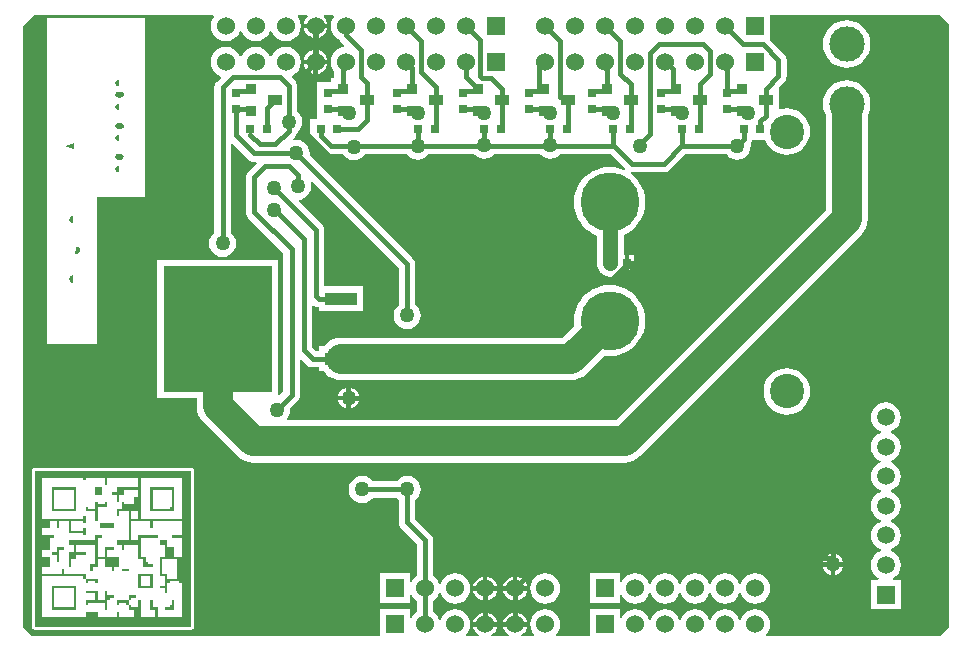
<source format=gbl>
%FSLAX25Y25*%
%MOIN*%
G70*
G01*
G75*
G04 Layer_Physical_Order=2*
G04 Layer_Color=16711680*
%ADD10R,0.03000X0.03000*%
%ADD11R,0.03000X0.03000*%
%ADD12R,0.03600X0.03600*%
%ADD13R,0.05000X0.03600*%
%ADD14R,0.18898X0.18110*%
%ADD15R,0.02000X0.05000*%
%ADD16R,0.04921X0.04803*%
%ADD17R,0.06299X0.11024*%
%ADD18C,0.01500*%
%ADD19C,0.02500*%
%ADD20C,0.01000*%
%ADD21C,0.05000*%
%ADD22C,0.10000*%
%ADD23R,0.06000X0.06000*%
%ADD24C,0.06000*%
%ADD25C,0.11417*%
%ADD26C,0.19685*%
%ADD27C,0.05906*%
%ADD28R,0.05906X0.05906*%
%ADD29C,0.11811*%
%ADD30C,0.05000*%
%ADD31R,0.10630X0.04331*%
%ADD32R,0.36221X0.42126*%
G36*
X313500Y205000D02*
X313500Y4000D01*
X310500Y1000D01*
X252738Y1000D01*
X252617Y1500D01*
X253367Y2478D01*
X253871Y3695D01*
X254043Y5000D01*
X253871Y6305D01*
X253367Y7522D01*
X252566Y8566D01*
X251522Y9368D01*
X250305Y9871D01*
X249000Y10043D01*
X247695Y9871D01*
X246478Y9368D01*
X245434Y8566D01*
X244633Y7522D01*
X244271Y6648D01*
X243729D01*
X243368Y7522D01*
X242566Y8566D01*
X241522Y9368D01*
X240305Y9871D01*
X239000Y10043D01*
X237695Y9871D01*
X236478Y9368D01*
X235434Y8566D01*
X234632Y7522D01*
X234271Y6648D01*
X233729D01*
X233367Y7522D01*
X232566Y8566D01*
X231522Y9368D01*
X230305Y9871D01*
X229000Y10043D01*
X227695Y9871D01*
X226478Y9368D01*
X225434Y8566D01*
X224633Y7522D01*
X224271Y6648D01*
X223729D01*
X223368Y7522D01*
X222566Y8566D01*
X221522Y9368D01*
X220305Y9871D01*
X219000Y10043D01*
X217695Y9871D01*
X216478Y9368D01*
X215434Y8566D01*
X214633Y7522D01*
X214271Y6648D01*
X213729D01*
X213368Y7522D01*
X212566Y8566D01*
X211522Y9368D01*
X210305Y9871D01*
X209000Y10043D01*
X207695Y9871D01*
X206478Y9368D01*
X205434Y8566D01*
X204632Y7522D01*
X204500Y7202D01*
X204000Y7301D01*
Y10000D01*
X194000D01*
Y1000D01*
X182738D01*
X182617Y1500D01*
X183368Y2478D01*
X183871Y3695D01*
X184043Y5000D01*
X183871Y6305D01*
X183368Y7522D01*
X182566Y8566D01*
X181522Y9368D01*
X180305Y9871D01*
X179000Y10043D01*
X177695Y9871D01*
X176478Y9368D01*
X175434Y8566D01*
X174633Y7522D01*
X174129Y6305D01*
X173957Y5000D01*
X174129Y3695D01*
X174633Y2478D01*
X175383Y1500D01*
X175262Y1000D01*
X171102D01*
X171003Y1500D01*
X171017Y1506D01*
X171853Y2147D01*
X172494Y2983D01*
X172897Y3956D01*
X172936Y4250D01*
X165064D01*
X165103Y3956D01*
X165506Y2983D01*
X166147Y2147D01*
X166983Y1506D01*
X166997Y1500D01*
X166898Y1000D01*
X161102D01*
X161003Y1500D01*
X161017Y1506D01*
X161853Y2147D01*
X162494Y2983D01*
X162897Y3956D01*
X162936Y4250D01*
X155064D01*
X155103Y3956D01*
X155506Y2983D01*
X156147Y2147D01*
X156983Y1506D01*
X156997Y1500D01*
X156898Y1000D01*
X152738D01*
X152617Y1500D01*
X153367Y2478D01*
X153871Y3695D01*
X154043Y5000D01*
X153871Y6305D01*
X153367Y7522D01*
X152566Y8566D01*
X151522Y9368D01*
X150305Y9871D01*
X149000Y10043D01*
X147695Y9871D01*
X146478Y9368D01*
X145434Y8566D01*
X144632Y7522D01*
X144271Y6648D01*
X143729D01*
X143368Y7522D01*
X142566Y8566D01*
X141774Y9174D01*
Y12826D01*
X142566Y13434D01*
X143368Y14478D01*
X143729Y15352D01*
X144271D01*
X144632Y14478D01*
X145434Y13434D01*
X146478Y12632D01*
X147695Y12129D01*
X149000Y11957D01*
X150305Y12129D01*
X151522Y12632D01*
X152566Y13434D01*
X153367Y14478D01*
X153871Y15695D01*
X154043Y17000D01*
X153871Y18305D01*
X153367Y19522D01*
X152566Y20566D01*
X151522Y21368D01*
X150305Y21871D01*
X149000Y22043D01*
X147695Y21871D01*
X146478Y21368D01*
X145434Y20566D01*
X144632Y19522D01*
X144271Y18648D01*
X143729D01*
X143368Y19522D01*
X142566Y20566D01*
X141774Y21174D01*
Y33000D01*
X141679Y33718D01*
X141517Y34110D01*
X141402Y34387D01*
X140961Y34961D01*
X135774Y40149D01*
Y46456D01*
X136209Y46791D01*
X136931Y47731D01*
X137384Y48825D01*
X137539Y50000D01*
X137384Y51175D01*
X136931Y52269D01*
X136209Y53209D01*
X135269Y53931D01*
X134175Y54384D01*
X133000Y54539D01*
X131825Y54384D01*
X130731Y53931D01*
X129791Y53209D01*
X129456Y52774D01*
X121544D01*
X121209Y53209D01*
X120269Y53931D01*
X119175Y54384D01*
X118000Y54539D01*
X116825Y54384D01*
X115731Y53931D01*
X114791Y53209D01*
X114069Y52269D01*
X113616Y51175D01*
X113461Y50000D01*
X113616Y48825D01*
X114069Y47731D01*
X114791Y46791D01*
X115731Y46069D01*
X116825Y45616D01*
X118000Y45461D01*
X119175Y45616D01*
X120269Y46069D01*
X121209Y46791D01*
X121544Y47226D01*
X129456D01*
X129791Y46791D01*
X130226Y46456D01*
Y39000D01*
X130321Y38282D01*
X130483Y37890D01*
X130598Y37613D01*
X131039Y37039D01*
X136226Y31851D01*
Y21174D01*
X135434Y20566D01*
X134633Y19522D01*
X134500Y19202D01*
X134000Y19301D01*
Y22000D01*
X124000D01*
Y12000D01*
X134000D01*
Y14699D01*
X134500Y14798D01*
X134633Y14478D01*
X135434Y13434D01*
X136226Y12826D01*
Y9174D01*
X135434Y8566D01*
X134633Y7522D01*
X134500Y7202D01*
X134000Y7301D01*
Y10000D01*
X124000D01*
Y1000D01*
X8000Y1000D01*
X5000Y4000D01*
X5000Y204500D01*
X8500Y208000D01*
X68318Y208000D01*
X68539Y207552D01*
X68133Y207022D01*
X67629Y205805D01*
X67457Y204500D01*
X67629Y203195D01*
X68133Y201978D01*
X68934Y200934D01*
X69978Y200132D01*
X71195Y199629D01*
X72500Y199457D01*
X73805Y199629D01*
X75022Y200132D01*
X76066Y200934D01*
X76868Y201978D01*
X77229Y202852D01*
X77771D01*
X78132Y201978D01*
X78934Y200934D01*
X79978Y200132D01*
X81195Y199629D01*
X82500Y199457D01*
X83805Y199629D01*
X85022Y200132D01*
X86066Y200934D01*
X86867Y201978D01*
X87229Y202852D01*
X87771D01*
X88133Y201978D01*
X88934Y200934D01*
X89978Y200132D01*
X91195Y199629D01*
X92500Y199457D01*
X93805Y199629D01*
X95022Y200132D01*
X96066Y200934D01*
X96868Y201978D01*
X97371Y203195D01*
X97543Y204500D01*
X97371Y205805D01*
X96868Y207022D01*
X96461Y207552D01*
X96682Y208000D01*
X99669D01*
X99839Y207500D01*
X99647Y207353D01*
X99006Y206517D01*
X98603Y205544D01*
X98564Y205250D01*
X106436D01*
X106397Y205544D01*
X105994Y206517D01*
X105353Y207353D01*
X105161Y207500D01*
X105331Y208000D01*
X108318D01*
X108539Y207552D01*
X108133Y207022D01*
X107629Y205805D01*
X107457Y204500D01*
X107629Y203195D01*
X108133Y201978D01*
X108934Y200934D01*
X109978Y200132D01*
X110132Y200069D01*
X110539Y199539D01*
X112085Y197993D01*
X111905Y197465D01*
X111195Y197371D01*
X109978Y196868D01*
X108934Y196066D01*
X108133Y195022D01*
X107629Y193805D01*
X107457Y192500D01*
X107629Y191195D01*
X108133Y189978D01*
X108726Y189205D01*
Y187300D01*
X107700D01*
Y185740D01*
X103000D01*
Y178740D01*
Y173500D01*
X100740D01*
Y166500D01*
X101786D01*
X101838Y166373D01*
X102279Y165798D01*
X105539Y162539D01*
X106113Y162098D01*
X106782Y161821D01*
X107500Y161726D01*
X111532D01*
X112050Y161050D01*
X112990Y160329D01*
X114085Y159876D01*
X115260Y159721D01*
X116435Y159876D01*
X117529Y160329D01*
X118469Y161050D01*
X118988Y161726D01*
X132956D01*
X133291Y161291D01*
X134231Y160569D01*
X135325Y160116D01*
X136500Y159961D01*
X137675Y160116D01*
X138769Y160569D01*
X139709Y161291D01*
X140044Y161726D01*
X155396D01*
X155531Y161550D01*
X156471Y160829D01*
X157565Y160376D01*
X158740Y160221D01*
X159915Y160376D01*
X161010Y160829D01*
X161950Y161550D01*
X162085Y161726D01*
X177396D01*
X177531Y161550D01*
X178471Y160829D01*
X179566Y160376D01*
X180740Y160221D01*
X181915Y160376D01*
X183010Y160829D01*
X183950Y161550D01*
X184085Y161726D01*
X200851D01*
X205678Y156900D01*
X205394Y156476D01*
X204171Y156983D01*
X202358Y157418D01*
X200500Y157564D01*
X198642Y157418D01*
X196829Y156983D01*
X195107Y156269D01*
X193518Y155295D01*
X192100Y154085D01*
X190890Y152667D01*
X189916Y151078D01*
X189202Y149356D01*
X188767Y147543D01*
X188621Y145685D01*
X188767Y143827D01*
X189202Y142014D01*
X189916Y140292D01*
X190890Y138703D01*
X192100Y137285D01*
X193518Y136075D01*
X195107Y135101D01*
X196201Y134647D01*
Y125500D01*
X196356Y124325D01*
X196809Y123231D01*
X197240Y122669D01*
Y122000D01*
X197909D01*
X198471Y121569D01*
X199565Y121116D01*
X200740Y120961D01*
X201915Y121116D01*
X203010Y121569D01*
X203571Y122000D01*
X204240D01*
Y122669D01*
X204494Y123000D01*
X205490D01*
Y125500D01*
Y128000D01*
X205279D01*
Y134846D01*
X205893Y135101D01*
X207482Y136075D01*
X208900Y137285D01*
X210110Y138703D01*
X211084Y140292D01*
X211798Y142014D01*
X212233Y143827D01*
X212379Y145685D01*
X212233Y147543D01*
X211798Y149356D01*
X211084Y151078D01*
X210110Y152667D01*
X208900Y154085D01*
X207482Y155295D01*
X207664Y155771D01*
X208000Y155726D01*
X218500D01*
X219218Y155821D01*
X219610Y155983D01*
X219887Y156098D01*
X220461Y156539D01*
X225649Y161726D01*
X239456D01*
X239791Y161291D01*
X240731Y160569D01*
X241825Y160116D01*
X243000Y159961D01*
X244175Y160116D01*
X245269Y160569D01*
X246209Y161291D01*
X246931Y162231D01*
X247384Y163325D01*
X247539Y164500D01*
X247458Y165113D01*
X247642Y165353D01*
X247757Y165630D01*
X247919Y166022D01*
X247982Y166500D01*
X252351D01*
X252399Y166343D01*
X253115Y165004D01*
X254078Y163830D01*
X255252Y162866D01*
X256591Y162151D01*
X258044Y161710D01*
X259555Y161561D01*
X261066Y161710D01*
X262520Y162151D01*
X263859Y162866D01*
X265032Y163830D01*
X265996Y165004D01*
X266711Y166343D01*
X267152Y167796D01*
X267301Y169307D01*
X267152Y170818D01*
X266711Y172271D01*
X265996Y173610D01*
X265032Y174784D01*
X263859Y175748D01*
X262520Y176463D01*
X261066Y176904D01*
X259555Y177053D01*
X258044Y176904D01*
X257402Y176709D01*
X257000Y177007D01*
Y183600D01*
X257000Y183600D01*
X257000D01*
X256997Y184074D01*
X258721Y185799D01*
X259162Y186373D01*
X259439Y187042D01*
X259534Y187760D01*
Y193240D01*
X259439Y193958D01*
X259277Y194350D01*
X259162Y194627D01*
X258721Y195202D01*
X254000Y199923D01*
Y208000D01*
X310500Y208000D01*
X313500Y205000D01*
D02*
G37*
G36*
X45502Y147361D02*
X29611D01*
Y98339D01*
X12988D01*
Y207000D01*
X45502D01*
Y147361D01*
D02*
G37*
%LPC*%
G36*
X168250Y20936D02*
X167956Y20897D01*
X166983Y20494D01*
X166147Y19853D01*
X165506Y19017D01*
X165103Y18044D01*
X165064Y17750D01*
X168250D01*
Y20936D01*
D02*
G37*
G36*
X169750D02*
Y17750D01*
X172936D01*
X172897Y18044D01*
X172494Y19017D01*
X171853Y19853D01*
X171017Y20494D01*
X170044Y20897D01*
X169750Y20936D01*
D02*
G37*
G36*
X158250D02*
X157956Y20897D01*
X156983Y20494D01*
X156147Y19853D01*
X155506Y19017D01*
X155103Y18044D01*
X155064Y17750D01*
X158250D01*
Y20936D01*
D02*
G37*
G36*
X159750D02*
Y17750D01*
X162936D01*
X162897Y18044D01*
X162494Y19017D01*
X161853Y19853D01*
X161017Y20494D01*
X160044Y20897D01*
X159750Y20936D01*
D02*
G37*
G36*
X274250Y28431D02*
X274086Y28410D01*
X273235Y28057D01*
X272504Y27496D01*
X271943Y26765D01*
X271590Y25914D01*
X271568Y25750D01*
X274250D01*
Y28431D01*
D02*
G37*
G36*
X275750D02*
Y25750D01*
X278432D01*
X278410Y25914D01*
X278057Y26765D01*
X277496Y27496D01*
X276765Y28057D01*
X275914Y28410D01*
X275750Y28431D01*
D02*
G37*
G36*
X278432Y24250D02*
X275750D01*
Y21568D01*
X275914Y21590D01*
X276765Y21943D01*
X277496Y22504D01*
X278057Y23235D01*
X278410Y24086D01*
X278432Y24250D01*
D02*
G37*
G36*
X249000Y22043D02*
X247695Y21871D01*
X246478Y21368D01*
X245434Y20566D01*
X244633Y19522D01*
X244271Y18648D01*
X243729D01*
X243368Y19522D01*
X242566Y20566D01*
X241522Y21368D01*
X240305Y21871D01*
X239000Y22043D01*
X237695Y21871D01*
X236478Y21368D01*
X235434Y20566D01*
X234632Y19522D01*
X234271Y18648D01*
X233729D01*
X233367Y19522D01*
X232566Y20566D01*
X231522Y21368D01*
X230305Y21871D01*
X229000Y22043D01*
X227695Y21871D01*
X226478Y21368D01*
X225434Y20566D01*
X224633Y19522D01*
X224271Y18648D01*
X223729D01*
X223368Y19522D01*
X222566Y20566D01*
X221522Y21368D01*
X220305Y21871D01*
X219000Y22043D01*
X217695Y21871D01*
X216478Y21368D01*
X215434Y20566D01*
X214633Y19522D01*
X214271Y18648D01*
X213729D01*
X213368Y19522D01*
X212566Y20566D01*
X211522Y21368D01*
X210305Y21871D01*
X209000Y22043D01*
X207695Y21871D01*
X206478Y21368D01*
X205434Y20566D01*
X204632Y19522D01*
X204500Y19202D01*
X204000Y19301D01*
Y22000D01*
X194000D01*
Y12000D01*
X204000D01*
Y14699D01*
X204500Y14798D01*
X204632Y14478D01*
X205434Y13434D01*
X206478Y12632D01*
X207695Y12129D01*
X209000Y11957D01*
X210305Y12129D01*
X211522Y12632D01*
X212566Y13434D01*
X213368Y14478D01*
X213729Y15352D01*
X214271D01*
X214633Y14478D01*
X215434Y13434D01*
X216478Y12632D01*
X217695Y12129D01*
X219000Y11957D01*
X220305Y12129D01*
X221522Y12632D01*
X222566Y13434D01*
X223368Y14478D01*
X223729Y15352D01*
X224271D01*
X224633Y14478D01*
X225434Y13434D01*
X226478Y12632D01*
X227695Y12129D01*
X229000Y11957D01*
X230305Y12129D01*
X231522Y12632D01*
X232566Y13434D01*
X233367Y14478D01*
X233729Y15352D01*
X234271D01*
X234632Y14478D01*
X235434Y13434D01*
X236478Y12632D01*
X237695Y12129D01*
X239000Y11957D01*
X240305Y12129D01*
X241522Y12632D01*
X242566Y13434D01*
X243368Y14478D01*
X243729Y15352D01*
X244271D01*
X244633Y14478D01*
X245434Y13434D01*
X246478Y12632D01*
X247695Y12129D01*
X249000Y11957D01*
X250305Y12129D01*
X251522Y12632D01*
X252566Y13434D01*
X253367Y14478D01*
X253871Y15695D01*
X254043Y17000D01*
X253871Y18305D01*
X253367Y19522D01*
X252566Y20566D01*
X251522Y21368D01*
X250305Y21871D01*
X249000Y22043D01*
D02*
G37*
G36*
X274250Y24250D02*
X271568D01*
X271590Y24086D01*
X271943Y23235D01*
X272504Y22504D01*
X273235Y21943D01*
X274086Y21590D01*
X274250Y21568D01*
Y24250D01*
D02*
G37*
G36*
X172936Y16250D02*
X169750D01*
Y13064D01*
X170044Y13103D01*
X171017Y13506D01*
X171853Y14147D01*
X172494Y14983D01*
X172897Y15956D01*
X172936Y16250D01*
D02*
G37*
G36*
X168250Y8936D02*
X167956Y8897D01*
X166983Y8494D01*
X166147Y7853D01*
X165506Y7017D01*
X165103Y6044D01*
X165064Y5750D01*
X168250D01*
Y8936D01*
D02*
G37*
G36*
X169750D02*
Y5750D01*
X172936D01*
X172897Y6044D01*
X172494Y7017D01*
X171853Y7853D01*
X171017Y8494D01*
X170044Y8897D01*
X169750Y8936D01*
D02*
G37*
G36*
X159750D02*
Y5750D01*
X162936D01*
X162897Y6044D01*
X162494Y7017D01*
X161853Y7853D01*
X161017Y8494D01*
X160044Y8897D01*
X159750Y8936D01*
D02*
G37*
G36*
X61000Y57320D02*
X9000D01*
X8610Y57242D01*
X8279Y57021D01*
X8058Y56690D01*
X7980Y56300D01*
Y4300D01*
X8058Y3910D01*
X8279Y3579D01*
X8610Y3358D01*
X9000Y3280D01*
X61000D01*
X61390Y3358D01*
X61721Y3579D01*
X61942Y3910D01*
X62020Y4300D01*
Y56300D01*
X61942Y56690D01*
X61721Y57021D01*
X61390Y57242D01*
X61000Y57320D01*
D02*
G37*
G36*
X158250Y8936D02*
X157956Y8897D01*
X156983Y8494D01*
X156147Y7853D01*
X155506Y7017D01*
X155103Y6044D01*
X155064Y5750D01*
X158250D01*
Y8936D01*
D02*
G37*
G36*
X162936Y16250D02*
X159750D01*
Y13064D01*
X160044Y13103D01*
X161017Y13506D01*
X161853Y14147D01*
X162494Y14983D01*
X162897Y15956D01*
X162936Y16250D01*
D02*
G37*
G36*
X168250D02*
X165064D01*
X165103Y15956D01*
X165506Y14983D01*
X166147Y14147D01*
X166983Y13506D01*
X167956Y13103D01*
X168250Y13064D01*
Y16250D01*
D02*
G37*
G36*
X158250D02*
X155064D01*
X155103Y15956D01*
X155506Y14983D01*
X156147Y14147D01*
X156983Y13506D01*
X157956Y13103D01*
X158250Y13064D01*
Y16250D01*
D02*
G37*
G36*
X292500Y79023D02*
X291207Y78853D01*
X290002Y78354D01*
X288968Y77560D01*
X288174Y76525D01*
X287675Y75321D01*
X287505Y74028D01*
X287675Y72735D01*
X288174Y71530D01*
X288968Y70495D01*
X290002Y69701D01*
X290786Y69377D01*
Y68836D01*
X290002Y68511D01*
X288968Y67717D01*
X288174Y66682D01*
X287675Y65478D01*
X287505Y64185D01*
X287675Y62892D01*
X288174Y61687D01*
X288968Y60652D01*
X290002Y59858D01*
X290785Y59534D01*
Y58993D01*
X290002Y58669D01*
X288968Y57875D01*
X288174Y56840D01*
X287675Y55635D01*
X287505Y54343D01*
X287675Y53050D01*
X288174Y51845D01*
X288968Y50810D01*
X290002Y50016D01*
X290786Y49692D01*
Y49150D01*
X290002Y48826D01*
X288968Y48032D01*
X288174Y46997D01*
X287675Y45792D01*
X287505Y44500D01*
X287675Y43207D01*
X288174Y42002D01*
X288968Y40967D01*
X290002Y40173D01*
X290785Y39849D01*
Y39308D01*
X290002Y38984D01*
X288968Y38190D01*
X288174Y37155D01*
X287675Y35950D01*
X287505Y34658D01*
X287675Y33365D01*
X288174Y32160D01*
X288968Y31125D01*
X290002Y30331D01*
X290786Y30007D01*
Y29465D01*
X290002Y29141D01*
X288968Y28347D01*
X288174Y27312D01*
X287675Y26107D01*
X287505Y24815D01*
X287675Y23522D01*
X288174Y22317D01*
X288968Y21282D01*
X290002Y20488D01*
X290154Y20425D01*
X290055Y19925D01*
X287547D01*
Y10020D01*
X297453D01*
Y19925D01*
X294945D01*
X294846Y20425D01*
X294998Y20488D01*
X296032Y21282D01*
X296826Y22317D01*
X297325Y23522D01*
X297496Y24815D01*
X297325Y26107D01*
X296826Y27312D01*
X296032Y28347D01*
X294998Y29141D01*
X294214Y29465D01*
Y30007D01*
X294998Y30331D01*
X296032Y31125D01*
X296826Y32160D01*
X297325Y33365D01*
X297496Y34658D01*
X297325Y35950D01*
X296826Y37155D01*
X296032Y38190D01*
X294998Y38984D01*
X294215Y39308D01*
Y39849D01*
X294998Y40173D01*
X296032Y40967D01*
X296826Y42002D01*
X297325Y43207D01*
X297496Y44500D01*
X297325Y45792D01*
X296826Y46997D01*
X296032Y48032D01*
X294998Y48826D01*
X294214Y49150D01*
Y49692D01*
X294998Y50016D01*
X296032Y50810D01*
X296826Y51845D01*
X297325Y53050D01*
X297496Y54343D01*
X297325Y55635D01*
X296826Y56840D01*
X296032Y57875D01*
X294998Y58669D01*
X294215Y58993D01*
Y59534D01*
X294998Y59858D01*
X296032Y60652D01*
X296826Y61687D01*
X297325Y62892D01*
X297496Y64185D01*
X297325Y65478D01*
X296826Y66682D01*
X296032Y67717D01*
X294998Y68511D01*
X294214Y68836D01*
Y69377D01*
X294998Y69701D01*
X296032Y70495D01*
X296826Y71530D01*
X297325Y72735D01*
X297496Y74028D01*
X297325Y75321D01*
X296826Y76525D01*
X296032Y77560D01*
X294998Y78354D01*
X293793Y78853D01*
X292500Y79023D01*
D02*
G37*
G36*
X179000Y22043D02*
X177695Y21871D01*
X176478Y21368D01*
X175434Y20566D01*
X174633Y19522D01*
X174129Y18305D01*
X173957Y17000D01*
X174129Y15695D01*
X174633Y14478D01*
X175434Y13434D01*
X176478Y12632D01*
X177695Y12129D01*
X179000Y11957D01*
X180305Y12129D01*
X181522Y12632D01*
X182566Y13434D01*
X183368Y14478D01*
X183871Y15695D01*
X184043Y17000D01*
X183871Y18305D01*
X183368Y19522D01*
X182566Y20566D01*
X181522Y21368D01*
X180305Y21871D01*
X179000Y22043D01*
D02*
G37*
G36*
X45502Y207000D02*
X12988D01*
Y98339D01*
X29611D01*
Y147361D01*
X45502D01*
Y207000D01*
D02*
G37*
G36*
X208740Y124750D02*
X206990D01*
Y123000D01*
X208740D01*
Y124750D01*
D02*
G37*
G36*
Y128000D02*
X206990D01*
Y126250D01*
X208740D01*
Y128000D01*
D02*
G37*
G36*
X114250Y83931D02*
Y81250D01*
X116931D01*
X116910Y81414D01*
X116557Y82265D01*
X115996Y82996D01*
X115265Y83557D01*
X114414Y83910D01*
X114250Y83931D01*
D02*
G37*
G36*
X112750Y79750D02*
X110069D01*
X110090Y79586D01*
X110443Y78735D01*
X111004Y78004D01*
X111735Y77443D01*
X112586Y77090D01*
X112750Y77069D01*
Y79750D01*
D02*
G37*
G36*
X116931D02*
X114250D01*
Y77069D01*
X114414Y77090D01*
X115265Y77443D01*
X115996Y78004D01*
X116557Y78735D01*
X116910Y79586D01*
X116931Y79750D01*
D02*
G37*
G36*
X112750Y83931D02*
X112586Y83910D01*
X111735Y83557D01*
X111004Y82996D01*
X110443Y82265D01*
X110090Y81414D01*
X110069Y81250D01*
X112750D01*
Y83931D01*
D02*
G37*
G36*
X101750Y191750D02*
X98564D01*
X98603Y191456D01*
X99006Y190483D01*
X99647Y189647D01*
X100483Y189006D01*
X101456Y188603D01*
X101750Y188564D01*
Y191750D01*
D02*
G37*
G36*
X92500Y197543D02*
X91195Y197371D01*
X89978Y196868D01*
X88934Y196066D01*
X88133Y195022D01*
X87771Y194148D01*
X87229D01*
X86867Y195022D01*
X86066Y196066D01*
X85022Y196868D01*
X83805Y197371D01*
X82500Y197543D01*
X81195Y197371D01*
X79978Y196868D01*
X78934Y196066D01*
X78132Y195022D01*
X77771Y194148D01*
X77229D01*
X76868Y195022D01*
X76066Y196066D01*
X75022Y196868D01*
X73805Y197371D01*
X72500Y197543D01*
X71195Y197371D01*
X69978Y196868D01*
X68934Y196066D01*
X68133Y195022D01*
X67629Y193805D01*
X67457Y192500D01*
X67629Y191195D01*
X68133Y189978D01*
X68934Y188934D01*
X69978Y188133D01*
X70703Y187832D01*
X70820Y187243D01*
X69539Y185961D01*
X69098Y185387D01*
X68983Y185110D01*
X68821Y184718D01*
X68726Y184000D01*
Y135544D01*
X68291Y135209D01*
X67569Y134269D01*
X67116Y133175D01*
X66961Y132000D01*
X67116Y130825D01*
X67569Y129731D01*
X68291Y128791D01*
X69231Y128069D01*
X70325Y127616D01*
X71500Y127461D01*
X72675Y127616D01*
X73769Y128069D01*
X74709Y128791D01*
X75431Y129731D01*
X75884Y130825D01*
X76039Y132000D01*
X75884Y133175D01*
X75431Y134269D01*
X74709Y135209D01*
X74274Y135544D01*
Y165150D01*
X74736Y165342D01*
X80039Y160039D01*
X80613Y159598D01*
X80890Y159483D01*
X81282Y159321D01*
X82000Y159226D01*
X82650D01*
X82842Y158764D01*
X80039Y155961D01*
X79598Y155387D01*
X79483Y155110D01*
X79321Y154718D01*
X79226Y154000D01*
Y142500D01*
X79321Y141782D01*
X79483Y141390D01*
X79598Y141113D01*
X80039Y140539D01*
X91726Y128851D01*
Y82649D01*
X90437Y81360D01*
X89937Y81567D01*
Y126563D01*
X49717D01*
Y80437D01*
X62793D01*
Y77673D01*
X62928Y76301D01*
X63328Y74981D01*
X63978Y73765D01*
X64853Y72699D01*
X76526Y61026D01*
X77592Y60151D01*
X78808Y59501D01*
X80128Y59101D01*
X81500Y58966D01*
X81500Y58966D01*
X205500D01*
X206872Y59101D01*
X208192Y59501D01*
X209408Y60151D01*
X210474Y61026D01*
X284474Y135026D01*
X284474Y135026D01*
X285349Y136092D01*
X285999Y137308D01*
X286399Y138628D01*
X286534Y140000D01*
Y174889D01*
X286839Y175460D01*
X287291Y176950D01*
X287444Y178500D01*
X287291Y180050D01*
X286839Y181540D01*
X286105Y182913D01*
X285117Y184117D01*
X283913Y185105D01*
X282540Y185839D01*
X281050Y186291D01*
X279500Y186444D01*
X277950Y186291D01*
X276460Y185839D01*
X275087Y185105D01*
X273883Y184117D01*
X272895Y182913D01*
X272161Y181540D01*
X271709Y180050D01*
X271556Y178500D01*
X271709Y176950D01*
X272161Y175460D01*
X272466Y174889D01*
Y142913D01*
X202587Y73034D01*
X93143D01*
X92896Y73534D01*
X93431Y74231D01*
X93884Y75325D01*
X94039Y76500D01*
X93967Y77044D01*
X96461Y79539D01*
X96902Y80113D01*
X97179Y80782D01*
X97274Y81500D01*
Y93150D01*
X97736Y93342D01*
X99539Y91539D01*
X100113Y91098D01*
X100390Y90983D01*
X100782Y90821D01*
X101500Y90726D01*
X103654D01*
Y89335D01*
X105332D01*
X105995Y88526D01*
X107061Y87651D01*
X108277Y87002D01*
X109596Y86601D01*
X110969Y86466D01*
X187685D01*
X189057Y86601D01*
X190377Y87002D01*
X191593Y87651D01*
X192659Y88526D01*
X198709Y94577D01*
X200500Y94436D01*
X202358Y94582D01*
X204171Y95017D01*
X205893Y95731D01*
X207482Y96705D01*
X208900Y97915D01*
X210110Y99333D01*
X211084Y100922D01*
X211798Y102644D01*
X212233Y104457D01*
X212379Y106315D01*
X212233Y108173D01*
X211798Y109986D01*
X211084Y111708D01*
X210110Y113297D01*
X208900Y114715D01*
X207482Y115925D01*
X205893Y116899D01*
X204171Y117613D01*
X202358Y118048D01*
X200500Y118194D01*
X198642Y118048D01*
X196829Y117613D01*
X195107Y116899D01*
X193518Y115925D01*
X192100Y114715D01*
X190890Y113297D01*
X189916Y111708D01*
X189202Y109986D01*
X188767Y108173D01*
X188621Y106315D01*
X188762Y104524D01*
X184772Y100534D01*
X110969D01*
X109596Y100399D01*
X108277Y99998D01*
X107061Y99348D01*
X105995Y98474D01*
X105332Y97665D01*
X103654D01*
Y96274D01*
X102649D01*
X101274Y97649D01*
Y111112D01*
X101774Y111358D01*
X102113Y111098D01*
X102782Y110821D01*
X103500Y110726D01*
X103654D01*
Y109335D01*
X118284D01*
Y117665D01*
X105274D01*
Y136500D01*
X105179Y137218D01*
X104902Y137887D01*
X104461Y138461D01*
X96912Y146011D01*
X97091Y146539D01*
X97675Y146616D01*
X98769Y147069D01*
X99709Y147791D01*
X100431Y148731D01*
X100884Y149825D01*
X101039Y151000D01*
X100884Y152175D01*
X100664Y152706D01*
X101088Y152989D01*
X130226Y123851D01*
Y111544D01*
X129791Y111209D01*
X129069Y110269D01*
X128616Y109175D01*
X128461Y108000D01*
X128616Y106825D01*
X129069Y105731D01*
X129791Y104791D01*
X130731Y104069D01*
X131825Y103616D01*
X133000Y103461D01*
X134175Y103616D01*
X135269Y104069D01*
X136209Y104791D01*
X136931Y105731D01*
X137384Y106825D01*
X137539Y108000D01*
X137384Y109175D01*
X136931Y110269D01*
X136209Y111209D01*
X135774Y111544D01*
Y125000D01*
X135679Y125718D01*
X135517Y126110D01*
X135402Y126387D01*
X134961Y126961D01*
X100467Y161456D01*
X100539Y162000D01*
X100384Y163175D01*
X99931Y164269D01*
X99209Y165209D01*
X98269Y165931D01*
X97175Y166384D01*
X96000Y166539D01*
X95043Y166413D01*
X94809Y166886D01*
X95461Y167539D01*
X95902Y168113D01*
X96017Y168390D01*
X96179Y168782D01*
X96194Y168895D01*
X96709Y169291D01*
X97431Y170231D01*
X97884Y171325D01*
X98039Y172500D01*
X97884Y173675D01*
X97431Y174769D01*
X96709Y175709D01*
X96274Y176044D01*
Y184500D01*
X96179Y185218D01*
X96017Y185610D01*
X95902Y185887D01*
X95461Y186461D01*
X94469Y187454D01*
X94567Y187944D01*
X95022Y188133D01*
X96066Y188934D01*
X96868Y189978D01*
X97371Y191195D01*
X97543Y192500D01*
X97371Y193805D01*
X96868Y195022D01*
X96066Y196066D01*
X95022Y196868D01*
X93805Y197371D01*
X92500Y197543D01*
D02*
G37*
G36*
X101750Y203750D02*
X98564D01*
X98603Y203456D01*
X99006Y202483D01*
X99647Y201647D01*
X100483Y201006D01*
X101456Y200603D01*
X101750Y200564D01*
Y203750D01*
D02*
G37*
G36*
X106436D02*
X103250D01*
Y200564D01*
X103544Y200603D01*
X104517Y201006D01*
X105353Y201647D01*
X105994Y202483D01*
X106397Y203456D01*
X106436Y203750D01*
D02*
G37*
G36*
X103250Y196436D02*
Y193250D01*
X106436D01*
X106397Y193544D01*
X105994Y194517D01*
X105353Y195353D01*
X104517Y195994D01*
X103544Y196397D01*
X103250Y196436D01*
D02*
G37*
G36*
X106436Y191750D02*
X103250D01*
Y188564D01*
X103544Y188603D01*
X104517Y189006D01*
X105353Y189647D01*
X105994Y190483D01*
X106397Y191456D01*
X106436Y191750D01*
D02*
G37*
G36*
X279500Y206444D02*
X277950Y206291D01*
X276460Y205839D01*
X275087Y205105D01*
X273883Y204117D01*
X272895Y202913D01*
X272161Y201540D01*
X271709Y200050D01*
X271556Y198500D01*
X271709Y196950D01*
X272161Y195460D01*
X272895Y194087D01*
X273883Y192883D01*
X275087Y191895D01*
X276460Y191161D01*
X277950Y190709D01*
X279500Y190556D01*
X281050Y190709D01*
X282540Y191161D01*
X283913Y191895D01*
X285117Y192883D01*
X286105Y194087D01*
X286839Y195460D01*
X287291Y196950D01*
X287444Y198500D01*
X287291Y200050D01*
X286839Y201540D01*
X286105Y202913D01*
X285117Y204117D01*
X283913Y205105D01*
X282540Y205839D01*
X281050Y206291D01*
X279500Y206444D01*
D02*
G37*
G36*
X101750Y196436D02*
X101456Y196397D01*
X100483Y195994D01*
X99647Y195353D01*
X99006Y194517D01*
X98603Y193544D01*
X98564Y193250D01*
X101750D01*
Y196436D01*
D02*
G37*
G36*
X259555Y90439D02*
X258044Y90290D01*
X256591Y89849D01*
X255252Y89134D01*
X254078Y88170D01*
X253115Y86996D01*
X252399Y85657D01*
X251958Y84204D01*
X251809Y82693D01*
X251958Y81182D01*
X252399Y79729D01*
X253115Y78390D01*
X254078Y77216D01*
X255252Y76253D01*
X256591Y75537D01*
X258044Y75096D01*
X259555Y74947D01*
X261066Y75096D01*
X262520Y75537D01*
X263859Y76253D01*
X265032Y77216D01*
X265996Y78390D01*
X266711Y79729D01*
X267152Y81182D01*
X267301Y82693D01*
X267152Y84204D01*
X266711Y85657D01*
X265996Y86996D01*
X265032Y88170D01*
X263859Y89134D01*
X262520Y89849D01*
X261066Y90290D01*
X259555Y90439D01*
D02*
G37*
%LPD*%
G36*
X61000Y4300D02*
X9000D01*
Y56300D01*
X61000D01*
Y4300D01*
D02*
G37*
%LPC*%
G36*
X39000Y197560D02*
X38282D01*
Y196842D01*
X39000D01*
Y197560D01*
D02*
G37*
G36*
Y202000D02*
X33879D01*
Y198537D01*
X34486D01*
Y201319D01*
X36070D01*
Y198914D01*
X36676D01*
Y201319D01*
X39000D01*
Y202000D01*
D02*
G37*
G36*
X24500D02*
X18099D01*
Y201149D01*
X21281D01*
X18099Y197985D01*
Y196829D01*
X20698Y199512D01*
X24500Y196709D01*
Y197828D01*
X21272Y200104D01*
X22280Y201149D01*
X24500D01*
Y202000D01*
D02*
G37*
G36*
X39000Y175064D02*
X35285D01*
Y174494D01*
X35848D01*
X35840Y174487D01*
X35788Y174457D01*
X35722Y174420D01*
X35640Y174361D01*
X35559Y174302D01*
X35470Y174235D01*
X35396Y174169D01*
X35337Y174102D01*
X35330Y174095D01*
X35315Y174072D01*
X35293Y174028D01*
X35270Y173984D01*
X35248Y173924D01*
X35226Y173850D01*
X35211Y173776D01*
X35204Y173695D01*
Y173680D01*
Y173643D01*
X35211Y173577D01*
X35226Y173495D01*
X35256Y173399D01*
X35293Y173295D01*
X35344Y173177D01*
X35411Y173051D01*
X35988Y173281D01*
X35981Y173288D01*
X35966Y173318D01*
X35944Y173362D01*
X35922Y173421D01*
X35899Y173488D01*
X35877Y173569D01*
X35862Y173651D01*
X35855Y173732D01*
Y173739D01*
Y173769D01*
X35862Y173806D01*
X35870Y173858D01*
X35885Y173910D01*
X35907Y173976D01*
X35936Y174043D01*
X35981Y174102D01*
X35988Y174109D01*
X36003Y174132D01*
X36033Y174154D01*
X36070Y174191D01*
X36121Y174228D01*
X36181Y174265D01*
X36247Y174302D01*
X36329Y174331D01*
X36343Y174339D01*
X36388Y174346D01*
X36454Y174361D01*
X36543Y174383D01*
X36654Y174405D01*
X36780Y174420D01*
X36913Y174428D01*
X37061Y174435D01*
X39000D01*
Y175064D01*
D02*
G37*
G36*
X24500Y167359D02*
X18099Y164917D01*
Y163992D01*
X24500Y161374D01*
Y162336D01*
X22558Y163085D01*
Y165768D01*
X24500Y166462D01*
Y167359D01*
D02*
G37*
G36*
X39000Y164719D02*
X35285D01*
Y164149D01*
X35848D01*
X35840Y164142D01*
X35788Y164112D01*
X35722Y164075D01*
X35640Y164016D01*
X35559Y163957D01*
X35470Y163890D01*
X35396Y163823D01*
X35337Y163757D01*
X35330Y163749D01*
X35315Y163727D01*
X35293Y163683D01*
X35270Y163638D01*
X35248Y163579D01*
X35226Y163505D01*
X35211Y163431D01*
X35204Y163350D01*
Y163335D01*
Y163298D01*
X35211Y163231D01*
X35226Y163150D01*
X35256Y163054D01*
X35293Y162950D01*
X35344Y162832D01*
X35411Y162706D01*
X35988Y162935D01*
X35981Y162943D01*
X35966Y162972D01*
X35944Y163017D01*
X35922Y163076D01*
X35899Y163143D01*
X35877Y163224D01*
X35862Y163305D01*
X35855Y163387D01*
Y163394D01*
Y163424D01*
X35862Y163461D01*
X35870Y163513D01*
X35885Y163564D01*
X35907Y163631D01*
X35936Y163698D01*
X35981Y163757D01*
X35988Y163764D01*
X36003Y163786D01*
X36033Y163809D01*
X36070Y163846D01*
X36121Y163883D01*
X36181Y163920D01*
X36247Y163957D01*
X36329Y163986D01*
X36343Y163994D01*
X36388Y164001D01*
X36454Y164016D01*
X36543Y164038D01*
X36654Y164060D01*
X36780Y164075D01*
X36913Y164082D01*
X37061Y164090D01*
X39000D01*
Y164719D01*
D02*
G37*
G36*
X37180Y168907D02*
X37091D01*
X37024Y168900D01*
X36943Y168892D01*
X36854Y168885D01*
X36750Y168870D01*
X36647Y168848D01*
X36410Y168789D01*
X36292Y168752D01*
X36166Y168707D01*
X36047Y168648D01*
X35936Y168582D01*
X35825Y168508D01*
X35722Y168426D01*
X35714Y168419D01*
X35700Y168404D01*
X35677Y168374D01*
X35640Y168337D01*
X35603Y168293D01*
X35559Y168234D01*
X35507Y168167D01*
X35463Y168086D01*
X35411Y168004D01*
X35367Y167908D01*
X35322Y167805D01*
X35285Y167694D01*
X35248Y167575D01*
X35226Y167449D01*
X35211Y167316D01*
X35204Y167176D01*
Y167168D01*
Y167146D01*
Y167102D01*
X35211Y167050D01*
X35219Y166991D01*
X35233Y166917D01*
X35248Y166835D01*
X35270Y166739D01*
X35293Y166650D01*
X35330Y166547D01*
X35367Y166450D01*
X35418Y166347D01*
X35478Y166243D01*
X35544Y166140D01*
X35626Y166043D01*
X35714Y165955D01*
X35722Y165947D01*
X35737Y165932D01*
X35766Y165910D01*
X35811Y165881D01*
X35862Y165844D01*
X35922Y165807D01*
X35996Y165762D01*
X36084Y165718D01*
X36181Y165673D01*
X36284Y165629D01*
X36403Y165592D01*
X36528Y165555D01*
X36669Y165525D01*
X36817Y165503D01*
X36972Y165488D01*
X37143Y165481D01*
X37231D01*
X37305Y165488D01*
Y168263D01*
X37335D01*
X37365Y168256D01*
X37409D01*
X37461Y168249D01*
X37520Y168234D01*
X37653Y168212D01*
X37801Y168167D01*
X37964Y168108D01*
X38112Y168027D01*
X38245Y167923D01*
Y167916D01*
X38260Y167908D01*
X38297Y167864D01*
X38349Y167797D01*
X38401Y167708D01*
X38460Y167590D01*
X38512Y167457D01*
X38549Y167309D01*
X38556Y167227D01*
X38563Y167139D01*
Y167131D01*
Y167124D01*
Y167079D01*
X38556Y167013D01*
X38541Y166931D01*
X38519Y166843D01*
X38489Y166739D01*
X38445Y166643D01*
X38386Y166547D01*
X38378Y166539D01*
X38349Y166502D01*
X38304Y166458D01*
X38245Y166406D01*
X38164Y166347D01*
X38060Y166280D01*
X37942Y166214D01*
X37801Y166154D01*
X37883Y165503D01*
X37890D01*
X37905Y165511D01*
X37934Y165518D01*
X37979Y165533D01*
X38023Y165555D01*
X38082Y165577D01*
X38208Y165636D01*
X38349Y165710D01*
X38497Y165814D01*
X38637Y165932D01*
X38771Y166080D01*
Y166088D01*
X38785Y166103D01*
X38800Y166125D01*
X38822Y166154D01*
X38845Y166199D01*
X38867Y166243D01*
X38896Y166302D01*
X38926Y166369D01*
X38956Y166443D01*
X38985Y166517D01*
X39030Y166702D01*
X39067Y166909D01*
X39081Y167139D01*
Y167146D01*
Y167176D01*
Y167220D01*
X39074Y167272D01*
X39067Y167338D01*
X39052Y167420D01*
X39037Y167509D01*
X39022Y167605D01*
X38963Y167812D01*
X38919Y167923D01*
X38874Y168027D01*
X38815Y168138D01*
X38748Y168241D01*
X38674Y168337D01*
X38586Y168434D01*
X38578Y168441D01*
X38563Y168456D01*
X38534Y168478D01*
X38489Y168508D01*
X38438Y168545D01*
X38378Y168582D01*
X38304Y168626D01*
X38223Y168670D01*
X38127Y168715D01*
X38023Y168759D01*
X37905Y168796D01*
X37779Y168833D01*
X37646Y168863D01*
X37498Y168885D01*
X37342Y168900D01*
X37180Y168907D01*
D02*
G37*
G36*
X39000Y172689D02*
X33879D01*
Y172060D01*
X35707D01*
X35700Y172052D01*
X35685Y172045D01*
X35663Y172023D01*
X35626Y171986D01*
X35589Y171949D01*
X35544Y171904D01*
X35500Y171845D01*
X35455Y171786D01*
X35359Y171638D01*
X35285Y171468D01*
X35248Y171371D01*
X35226Y171268D01*
X35211Y171157D01*
X35204Y171046D01*
Y171038D01*
Y171031D01*
Y170987D01*
X35211Y170920D01*
X35219Y170839D01*
X35241Y170742D01*
X35263Y170631D01*
X35300Y170513D01*
X35344Y170402D01*
X35352Y170387D01*
X35367Y170350D01*
X35404Y170291D01*
X35448Y170224D01*
X35500Y170143D01*
X35566Y170062D01*
X35648Y169973D01*
X35737Y169899D01*
X35744Y169891D01*
X35781Y169869D01*
X35833Y169832D01*
X35899Y169788D01*
X35988Y169736D01*
X36092Y169684D01*
X36210Y169632D01*
X36336Y169588D01*
X36343D01*
X36351Y169581D01*
X36373Y169573D01*
X36395Y169566D01*
X36469Y169551D01*
X36565Y169529D01*
X36676Y169507D01*
X36802Y169484D01*
X36943Y169477D01*
X37091Y169470D01*
X37180D01*
X37246Y169477D01*
X37328Y169484D01*
X37416Y169492D01*
X37520Y169507D01*
X37631Y169529D01*
X37868Y169588D01*
X37994Y169625D01*
X38112Y169669D01*
X38238Y169721D01*
X38349Y169788D01*
X38460Y169862D01*
X38563Y169943D01*
X38571Y169951D01*
X38586Y169965D01*
X38608Y169988D01*
X38645Y170025D01*
X38682Y170076D01*
X38726Y170128D01*
X38771Y170187D01*
X38822Y170261D01*
X38867Y170343D01*
X38919Y170424D01*
X39000Y170624D01*
X39037Y170728D01*
X39059Y170839D01*
X39074Y170957D01*
X39081Y171075D01*
Y171083D01*
Y171105D01*
X39074Y171142D01*
Y171186D01*
X39067Y171238D01*
X39052Y171305D01*
X39015Y171453D01*
X38985Y171534D01*
X38948Y171616D01*
X38904Y171704D01*
X38852Y171786D01*
X38785Y171875D01*
X38711Y171956D01*
X38630Y172030D01*
X38534Y172104D01*
X39000D01*
Y172689D01*
D02*
G37*
G36*
X21253Y173362D02*
X21151D01*
X21087Y173353D01*
X20994D01*
X20902Y173344D01*
X20782Y173334D01*
X20661Y173316D01*
X20393Y173269D01*
X20097Y173205D01*
X19801Y173112D01*
X19514Y172983D01*
X19505Y172974D01*
X19477Y172964D01*
X19440Y172946D01*
X19394Y172909D01*
X19329Y172872D01*
X19255Y172826D01*
X19089Y172705D01*
X18904Y172548D01*
X18719Y172363D01*
X18534Y172150D01*
X18376Y171900D01*
X18367Y171891D01*
X18358Y171863D01*
X18339Y171827D01*
X18312Y171780D01*
X18284Y171706D01*
X18256Y171632D01*
X18219Y171540D01*
X18182Y171438D01*
X18145Y171327D01*
X18108Y171207D01*
X18053Y170948D01*
X18007Y170652D01*
X17988Y170346D01*
Y170337D01*
Y170300D01*
Y170254D01*
X17997Y170189D01*
X18007Y170106D01*
X18016Y170004D01*
X18025Y169903D01*
X18053Y169782D01*
X18108Y169533D01*
X18192Y169255D01*
X18247Y169116D01*
X18312Y168987D01*
X18395Y168857D01*
X18478Y168728D01*
X18487Y168719D01*
X18497Y168700D01*
X18525Y168663D01*
X18571Y168617D01*
X18617Y168570D01*
X18682Y168506D01*
X18756Y168441D01*
X18830Y168367D01*
X18922Y168293D01*
X19033Y168219D01*
X19144Y168136D01*
X19264Y168062D01*
X19403Y167997D01*
X19542Y167923D01*
X19690Y167868D01*
X19857Y167812D01*
X20051Y168644D01*
X20042D01*
X20023Y168654D01*
X19986Y168672D01*
X19940Y168691D01*
X19884Y168709D01*
X19810Y168737D01*
X19662Y168811D01*
X19496Y168904D01*
X19329Y169015D01*
X19172Y169153D01*
X19033Y169301D01*
X19015Y169320D01*
X18978Y169375D01*
X18932Y169468D01*
X18867Y169588D01*
X18811Y169745D01*
X18756Y169921D01*
X18719Y170134D01*
X18710Y170365D01*
Y170374D01*
Y170402D01*
Y170439D01*
X18719Y170485D01*
Y170550D01*
X18728Y170624D01*
X18756Y170800D01*
X18793Y170994D01*
X18857Y171197D01*
X18950Y171410D01*
X19070Y171605D01*
Y171614D01*
X19089Y171623D01*
X19135Y171688D01*
X19209Y171771D01*
X19320Y171873D01*
X19459Y171993D01*
X19616Y172104D01*
X19810Y172206D01*
X20023Y172298D01*
X20032D01*
X20051Y172308D01*
X20078Y172317D01*
X20125Y172326D01*
X20180Y172345D01*
X20245Y172363D01*
X20402Y172391D01*
X20587Y172428D01*
X20791Y172465D01*
X21013Y172483D01*
X21253Y172493D01*
X21392D01*
X21457Y172483D01*
X21540D01*
X21632Y172474D01*
X21734Y172465D01*
X21956Y172437D01*
X22197Y172391D01*
X22437Y172335D01*
X22678Y172261D01*
X22687D01*
X22705Y172252D01*
X22733Y172233D01*
X22780Y172215D01*
X22891Y172160D01*
X23020Y172076D01*
X23168Y171975D01*
X23325Y171845D01*
X23464Y171697D01*
X23594Y171521D01*
Y171512D01*
X23603Y171493D01*
X23621Y171466D01*
X23640Y171429D01*
X23658Y171382D01*
X23686Y171327D01*
X23742Y171197D01*
X23797Y171031D01*
X23843Y170846D01*
X23880Y170642D01*
X23889Y170430D01*
Y170421D01*
Y170402D01*
Y170365D01*
X23880Y170309D01*
Y170245D01*
X23871Y170180D01*
X23834Y170013D01*
X23788Y169819D01*
X23714Y169625D01*
X23612Y169422D01*
X23557Y169320D01*
X23483Y169227D01*
X23473Y169218D01*
X23464Y169209D01*
X23436Y169181D01*
X23408Y169144D01*
X23362Y169107D01*
X23307Y169061D01*
X23251Y169005D01*
X23177Y168959D01*
X23094Y168904D01*
X23001Y168839D01*
X22909Y168783D01*
X22798Y168728D01*
X22678Y168682D01*
X22548Y168635D01*
X22410Y168589D01*
X22262Y168552D01*
X22474Y167701D01*
X22483D01*
X22521Y167710D01*
X22576Y167729D01*
X22650Y167756D01*
X22733Y167784D01*
X22835Y167821D01*
X22946Y167868D01*
X23066Y167923D01*
X23325Y168052D01*
X23584Y168219D01*
X23714Y168321D01*
X23843Y168422D01*
X23954Y168534D01*
X24065Y168663D01*
X24074Y168672D01*
X24093Y168691D01*
X24112Y168737D01*
X24148Y168783D01*
X24195Y168857D01*
X24241Y168931D01*
X24287Y169033D01*
X24333Y169135D01*
X24389Y169255D01*
X24435Y169385D01*
X24482Y169523D01*
X24528Y169671D01*
X24565Y169828D01*
X24583Y169995D01*
X24602Y170171D01*
X24611Y170356D01*
Y170365D01*
Y170402D01*
Y170457D01*
X24602Y170531D01*
Y170615D01*
X24592Y170717D01*
X24574Y170827D01*
X24555Y170957D01*
X24509Y171225D01*
X24435Y171503D01*
X24333Y171780D01*
X24269Y171910D01*
X24195Y172039D01*
X24185Y172048D01*
X24176Y172067D01*
X24148Y172104D01*
X24112Y172141D01*
X24074Y172196D01*
X24019Y172261D01*
X23954Y172335D01*
X23880Y172409D01*
X23797Y172483D01*
X23714Y172566D01*
X23501Y172733D01*
X23251Y172890D01*
X22974Y173029D01*
X22964D01*
X22937Y173047D01*
X22891Y173057D01*
X22835Y173084D01*
X22761Y173103D01*
X22669Y173131D01*
X22567Y173168D01*
X22456Y173196D01*
X22335Y173223D01*
X22197Y173260D01*
X21910Y173307D01*
X21586Y173344D01*
X21253Y173362D01*
D02*
G37*
G36*
X37180Y179252D02*
X37091D01*
X37024Y179245D01*
X36943Y179238D01*
X36854Y179230D01*
X36750Y179215D01*
X36647Y179193D01*
X36410Y179134D01*
X36292Y179097D01*
X36166Y179053D01*
X36047Y178993D01*
X35936Y178927D01*
X35825Y178853D01*
X35722Y178771D01*
X35714Y178764D01*
X35700Y178749D01*
X35677Y178720D01*
X35640Y178683D01*
X35603Y178638D01*
X35559Y178579D01*
X35507Y178512D01*
X35463Y178431D01*
X35411Y178350D01*
X35367Y178253D01*
X35322Y178150D01*
X35285Y178039D01*
X35248Y177920D01*
X35226Y177795D01*
X35211Y177661D01*
X35204Y177521D01*
Y177513D01*
Y177491D01*
Y177447D01*
X35211Y177395D01*
X35219Y177336D01*
X35233Y177262D01*
X35248Y177180D01*
X35270Y177084D01*
X35293Y176995D01*
X35330Y176892D01*
X35367Y176796D01*
X35418Y176692D01*
X35478Y176588D01*
X35544Y176485D01*
X35626Y176389D01*
X35714Y176300D01*
X35722Y176292D01*
X35737Y176278D01*
X35766Y176255D01*
X35811Y176226D01*
X35862Y176189D01*
X35922Y176152D01*
X35996Y176107D01*
X36084Y176063D01*
X36181Y176019D01*
X36284Y175974D01*
X36403Y175937D01*
X36528Y175900D01*
X36669Y175871D01*
X36817Y175848D01*
X36972Y175834D01*
X37143Y175826D01*
X37231D01*
X37305Y175834D01*
Y178609D01*
X37335D01*
X37365Y178601D01*
X37409D01*
X37461Y178594D01*
X37520Y178579D01*
X37653Y178557D01*
X37801Y178512D01*
X37964Y178453D01*
X38112Y178372D01*
X38245Y178268D01*
Y178261D01*
X38260Y178253D01*
X38297Y178209D01*
X38349Y178142D01*
X38401Y178054D01*
X38460Y177935D01*
X38512Y177802D01*
X38549Y177654D01*
X38556Y177573D01*
X38563Y177484D01*
Y177476D01*
Y177469D01*
Y177425D01*
X38556Y177358D01*
X38541Y177277D01*
X38519Y177188D01*
X38489Y177084D01*
X38445Y176988D01*
X38386Y176892D01*
X38378Y176884D01*
X38349Y176847D01*
X38304Y176803D01*
X38245Y176751D01*
X38164Y176692D01*
X38060Y176625D01*
X37942Y176559D01*
X37801Y176500D01*
X37883Y175848D01*
X37890D01*
X37905Y175856D01*
X37934Y175863D01*
X37979Y175878D01*
X38023Y175900D01*
X38082Y175922D01*
X38208Y175982D01*
X38349Y176056D01*
X38497Y176159D01*
X38637Y176278D01*
X38771Y176426D01*
Y176433D01*
X38785Y176448D01*
X38800Y176470D01*
X38822Y176500D01*
X38845Y176544D01*
X38867Y176588D01*
X38896Y176648D01*
X38926Y176714D01*
X38956Y176788D01*
X38985Y176862D01*
X39030Y177047D01*
X39067Y177254D01*
X39081Y177484D01*
Y177491D01*
Y177521D01*
Y177565D01*
X39074Y177617D01*
X39067Y177684D01*
X39052Y177765D01*
X39037Y177854D01*
X39022Y177950D01*
X38963Y178157D01*
X38919Y178268D01*
X38874Y178372D01*
X38815Y178483D01*
X38748Y178586D01*
X38674Y178683D01*
X38586Y178779D01*
X38578Y178786D01*
X38563Y178801D01*
X38534Y178823D01*
X38489Y178853D01*
X38438Y178890D01*
X38378Y178927D01*
X38304Y178971D01*
X38223Y179016D01*
X38127Y179060D01*
X38023Y179104D01*
X37905Y179141D01*
X37779Y179178D01*
X37646Y179208D01*
X37498Y179230D01*
X37342Y179245D01*
X37180Y179252D01*
D02*
G37*
G36*
X24500Y191455D02*
X24398D01*
X24324Y191446D01*
X24241Y191437D01*
X24148Y191418D01*
X24056Y191400D01*
X23954Y191363D01*
X23945D01*
X23936Y191353D01*
X23880Y191335D01*
X23797Y191298D01*
X23686Y191242D01*
X23557Y191168D01*
X23408Y191076D01*
X23260Y190974D01*
X23103Y190845D01*
X23094D01*
X23085Y190826D01*
X23029Y190780D01*
X22946Y190697D01*
X22826Y190576D01*
X22687Y190437D01*
X22521Y190262D01*
X22335Y190049D01*
X22141Y189818D01*
X22132Y189808D01*
X22104Y189771D01*
X22058Y189716D01*
X22003Y189651D01*
X21928Y189568D01*
X21845Y189466D01*
X21753Y189365D01*
X21651Y189244D01*
X21429Y189013D01*
X21207Y188782D01*
X21096Y188671D01*
X20985Y188569D01*
X20883Y188477D01*
X20782Y188402D01*
X20772D01*
X20763Y188384D01*
X20735Y188365D01*
X20698Y188347D01*
X20596Y188282D01*
X20476Y188208D01*
X20328Y188144D01*
X20171Y188079D01*
X19995Y188042D01*
X19829Y188023D01*
X19810D01*
X19755Y188032D01*
X19662Y188042D01*
X19560Y188069D01*
X19431Y188107D01*
X19301Y188171D01*
X19172Y188254D01*
X19042Y188365D01*
X19024Y188384D01*
X18987Y188430D01*
X18941Y188495D01*
X18876Y188597D01*
X18821Y188726D01*
X18765Y188874D01*
X18728Y189050D01*
X18719Y189244D01*
Y189253D01*
Y189272D01*
Y189300D01*
X18728Y189337D01*
X18737Y189448D01*
X18765Y189577D01*
X18802Y189716D01*
X18867Y189873D01*
X18950Y190021D01*
X19061Y190160D01*
X19080Y190179D01*
X19126Y190216D01*
X19200Y190271D01*
X19311Y190326D01*
X19440Y190391D01*
X19607Y190447D01*
X19792Y190484D01*
X20005Y190502D01*
X19921Y191307D01*
X19912D01*
X19884Y191298D01*
X19838D01*
X19773Y191288D01*
X19699Y191270D01*
X19616Y191252D01*
X19514Y191224D01*
X19412Y191196D01*
X19191Y191122D01*
X18969Y191011D01*
X18857Y190946D01*
X18746Y190863D01*
X18645Y190780D01*
X18552Y190687D01*
X18543Y190678D01*
X18534Y190659D01*
X18506Y190632D01*
X18478Y190585D01*
X18441Y190530D01*
X18404Y190465D01*
X18358Y190391D01*
X18312Y190299D01*
X18266Y190197D01*
X18219Y190086D01*
X18182Y189966D01*
X18145Y189836D01*
X18117Y189698D01*
X18090Y189550D01*
X18080Y189392D01*
X18071Y189226D01*
Y189216D01*
Y189189D01*
Y189133D01*
X18080Y189068D01*
X18090Y188995D01*
X18099Y188902D01*
X18117Y188800D01*
X18136Y188698D01*
X18201Y188458D01*
X18293Y188217D01*
X18349Y188097D01*
X18414Y187977D01*
X18497Y187866D01*
X18589Y187764D01*
X18598Y187755D01*
X18608Y187736D01*
X18645Y187718D01*
X18682Y187681D01*
X18728Y187635D01*
X18793Y187589D01*
X18857Y187542D01*
X18941Y187487D01*
X19117Y187394D01*
X19339Y187302D01*
X19450Y187265D01*
X19579Y187246D01*
X19708Y187228D01*
X19847Y187218D01*
X19912D01*
X19986Y187228D01*
X20088Y187237D01*
X20199Y187256D01*
X20328Y187293D01*
X20467Y187329D01*
X20606Y187385D01*
X20624Y187394D01*
X20671Y187413D01*
X20744Y187450D01*
X20846Y187505D01*
X20957Y187579D01*
X21096Y187672D01*
X21235Y187783D01*
X21392Y187912D01*
X21410Y187931D01*
X21466Y187977D01*
X21512Y188023D01*
X21558Y188069D01*
X21614Y188125D01*
X21688Y188199D01*
X21762Y188273D01*
X21845Y188365D01*
X21938Y188458D01*
X22039Y188569D01*
X22141Y188689D01*
X22262Y188819D01*
X22382Y188967D01*
X22511Y189115D01*
X22521Y189124D01*
X22539Y189143D01*
X22567Y189180D01*
X22604Y189226D01*
X22659Y189281D01*
X22715Y189346D01*
X22835Y189494D01*
X22974Y189651D01*
X23112Y189799D01*
X23233Y189929D01*
X23279Y189984D01*
X23325Y190031D01*
X23335Y190040D01*
X23362Y190068D01*
X23399Y190104D01*
X23455Y190151D01*
X23519Y190197D01*
X23584Y190252D01*
X23742Y190364D01*
Y187209D01*
X24500D01*
Y191455D01*
D02*
G37*
G36*
X39000Y193682D02*
X33879D01*
Y192987D01*
X37905Y190301D01*
X33879D01*
Y189649D01*
X39000D01*
Y190352D01*
X34982Y193031D01*
X39000D01*
Y193682D01*
D02*
G37*
G36*
X37180Y187215D02*
X37091D01*
X37024Y187207D01*
X36943Y187200D01*
X36854Y187193D01*
X36750Y187178D01*
X36647Y187156D01*
X36410Y187096D01*
X36292Y187059D01*
X36166Y187015D01*
X36047Y186956D01*
X35936Y186889D01*
X35825Y186815D01*
X35722Y186734D01*
X35714Y186726D01*
X35700Y186712D01*
X35677Y186682D01*
X35640Y186645D01*
X35603Y186601D01*
X35559Y186541D01*
X35507Y186475D01*
X35463Y186393D01*
X35411Y186312D01*
X35367Y186216D01*
X35322Y186112D01*
X35285Y186001D01*
X35248Y185883D01*
X35226Y185757D01*
X35211Y185624D01*
X35204Y185483D01*
Y185476D01*
Y185454D01*
Y185409D01*
X35211Y185357D01*
X35219Y185298D01*
X35233Y185224D01*
X35248Y185143D01*
X35270Y185047D01*
X35293Y184958D01*
X35330Y184854D01*
X35367Y184758D01*
X35418Y184654D01*
X35478Y184551D01*
X35544Y184447D01*
X35626Y184351D01*
X35714Y184262D01*
X35722Y184255D01*
X35737Y184240D01*
X35766Y184218D01*
X35811Y184188D01*
X35862Y184151D01*
X35922Y184114D01*
X35996Y184070D01*
X36084Y184025D01*
X36181Y183981D01*
X36284Y183937D01*
X36403Y183900D01*
X36528Y183863D01*
X36669Y183833D01*
X36817Y183811D01*
X36972Y183796D01*
X37143Y183789D01*
X37231D01*
X37305Y183796D01*
Y186571D01*
X37335D01*
X37365Y186564D01*
X37409D01*
X37461Y186556D01*
X37520Y186541D01*
X37653Y186519D01*
X37801Y186475D01*
X37964Y186416D01*
X38112Y186334D01*
X38245Y186231D01*
Y186223D01*
X38260Y186216D01*
X38297Y186171D01*
X38349Y186105D01*
X38401Y186016D01*
X38460Y185898D01*
X38512Y185764D01*
X38549Y185616D01*
X38556Y185535D01*
X38563Y185446D01*
Y185439D01*
Y185431D01*
Y185387D01*
X38556Y185320D01*
X38541Y185239D01*
X38519Y185150D01*
X38489Y185047D01*
X38445Y184950D01*
X38386Y184854D01*
X38378Y184847D01*
X38349Y184810D01*
X38304Y184765D01*
X38245Y184714D01*
X38164Y184654D01*
X38060Y184588D01*
X37942Y184521D01*
X37801Y184462D01*
X37883Y183811D01*
X37890D01*
X37905Y183818D01*
X37934Y183826D01*
X37979Y183840D01*
X38023Y183863D01*
X38082Y183885D01*
X38208Y183944D01*
X38349Y184018D01*
X38497Y184122D01*
X38637Y184240D01*
X38771Y184388D01*
Y184395D01*
X38785Y184410D01*
X38800Y184432D01*
X38822Y184462D01*
X38845Y184506D01*
X38867Y184551D01*
X38896Y184610D01*
X38926Y184677D01*
X38956Y184751D01*
X38985Y184825D01*
X39030Y185010D01*
X39067Y185217D01*
X39081Y185446D01*
Y185454D01*
Y185483D01*
Y185528D01*
X39074Y185579D01*
X39067Y185646D01*
X39052Y185727D01*
X39037Y185816D01*
X39022Y185912D01*
X38963Y186120D01*
X38919Y186231D01*
X38874Y186334D01*
X38815Y186445D01*
X38748Y186549D01*
X38674Y186645D01*
X38586Y186741D01*
X38578Y186749D01*
X38563Y186763D01*
X38534Y186786D01*
X38489Y186815D01*
X38438Y186852D01*
X38378Y186889D01*
X38304Y186934D01*
X38223Y186978D01*
X38127Y187022D01*
X38023Y187067D01*
X37905Y187104D01*
X37779Y187141D01*
X37646Y187170D01*
X37498Y187193D01*
X37342Y187207D01*
X37180Y187215D01*
D02*
G37*
G36*
X39000Y188591D02*
X35285D01*
Y187962D01*
X39000D01*
Y188591D01*
D02*
G37*
G36*
X34597D02*
X33879D01*
Y187962D01*
X34597D01*
Y188591D01*
D02*
G37*
G36*
X37150Y183256D02*
X37054D01*
X37009Y183248D01*
X36950D01*
X36817Y183234D01*
X36662Y183211D01*
X36491Y183174D01*
X36314Y183130D01*
X36144Y183071D01*
X36136D01*
X36121Y183063D01*
X36099Y183049D01*
X36070Y183034D01*
X35988Y182989D01*
X35885Y182930D01*
X35774Y182856D01*
X35663Y182760D01*
X35544Y182649D01*
X35448Y182516D01*
Y182508D01*
X35441Y182501D01*
X35426Y182479D01*
X35411Y182449D01*
X35374Y182375D01*
X35322Y182272D01*
X35278Y182153D01*
X35241Y182013D01*
X35211Y181857D01*
X35204Y181694D01*
Y181687D01*
Y181680D01*
Y181635D01*
X35211Y181576D01*
X35219Y181495D01*
X35241Y181398D01*
X35263Y181295D01*
X35300Y181191D01*
X35352Y181095D01*
X35359Y181080D01*
X35374Y181051D01*
X35411Y181006D01*
X35448Y180947D01*
X35500Y180873D01*
X35566Y180806D01*
X35633Y180732D01*
X35714Y180666D01*
X33879D01*
Y180037D01*
X39000D01*
Y180621D01*
X38534D01*
X38541Y180629D01*
X38556Y180636D01*
X38586Y180658D01*
X38623Y180688D01*
X38660Y180725D01*
X38704Y180769D01*
X38756Y180821D01*
X38808Y180888D01*
X38859Y180954D01*
X38911Y181028D01*
X38956Y181117D01*
X38993Y181213D01*
X39030Y181310D01*
X39059Y181421D01*
X39074Y181539D01*
X39081Y181665D01*
Y181672D01*
Y181687D01*
Y181709D01*
X39074Y181739D01*
X39067Y181828D01*
X39052Y181931D01*
X39022Y182057D01*
X38978Y182198D01*
X38919Y182338D01*
X38837Y182479D01*
Y182486D01*
X38822Y182494D01*
X38793Y182538D01*
X38734Y182605D01*
X38660Y182686D01*
X38563Y182782D01*
X38445Y182878D01*
X38312Y182975D01*
X38156Y183056D01*
X38149D01*
X38134Y183063D01*
X38112Y183071D01*
X38082Y183086D01*
X38038Y183100D01*
X37986Y183123D01*
X37934Y183137D01*
X37868Y183152D01*
X37720Y183189D01*
X37550Y183226D01*
X37357Y183248D01*
X37150Y183256D01*
D02*
G37*
G36*
X24500Y181585D02*
X23714D01*
X19625Y178302D01*
X19616D01*
X19607Y178283D01*
X19551Y178237D01*
X19468Y178172D01*
X19366Y178089D01*
X19246Y177987D01*
X19117Y177876D01*
X18987Y177756D01*
X18857Y177636D01*
Y181215D01*
X18099D01*
Y176618D01*
X18857D01*
X23288Y180235D01*
X23742Y180614D01*
Y176516D01*
X24500D01*
Y181585D01*
D02*
G37*
G36*
X37128Y162573D02*
X37039D01*
X36987Y162565D01*
X36935D01*
X36802Y162551D01*
X36654Y162528D01*
X36491Y162491D01*
X36321Y162447D01*
X36151Y162380D01*
X36144D01*
X36129Y162373D01*
X36107Y162358D01*
X36077Y162343D01*
X35996Y162299D01*
X35892Y162240D01*
X35781Y162158D01*
X35670Y162062D01*
X35552Y161951D01*
X35455Y161825D01*
Y161818D01*
X35448Y161811D01*
X35433Y161788D01*
X35418Y161759D01*
X35374Y161685D01*
X35330Y161581D01*
X35285Y161455D01*
X35241Y161307D01*
X35211Y161145D01*
X35204Y160967D01*
Y160960D01*
Y160937D01*
Y160900D01*
X35211Y160856D01*
X35219Y160804D01*
X35233Y160738D01*
X35248Y160664D01*
X35270Y160582D01*
X35300Y160501D01*
X35337Y160412D01*
X35381Y160323D01*
X35433Y160227D01*
X35492Y160138D01*
X35566Y160049D01*
X35648Y159961D01*
X35744Y159879D01*
X35285D01*
Y159302D01*
X38637D01*
X38704Y159309D01*
X38785D01*
X38874Y159317D01*
X38970Y159324D01*
X39170Y159346D01*
X39377Y159376D01*
X39474Y159398D01*
X39562Y159420D01*
X39644Y159450D01*
X39718Y159480D01*
X39725D01*
X39733Y159487D01*
X39777Y159517D01*
X39844Y159554D01*
X39925Y159613D01*
X40014Y159694D01*
X40110Y159790D01*
X40206Y159909D01*
X40288Y160042D01*
Y160049D01*
X40295Y160057D01*
X40310Y160079D01*
X40317Y160109D01*
X40339Y160146D01*
X40354Y160190D01*
X40391Y160301D01*
X40436Y160434D01*
X40465Y160597D01*
X40495Y160782D01*
X40502Y160982D01*
Y160989D01*
Y161011D01*
Y161048D01*
X40495Y161093D01*
Y161152D01*
X40487Y161211D01*
X40480Y161285D01*
X40465Y161367D01*
X40428Y161537D01*
X40376Y161714D01*
X40302Y161892D01*
X40199Y162055D01*
X40191Y162062D01*
X40184Y162070D01*
X40140Y162121D01*
X40073Y162181D01*
X39977Y162255D01*
X39851Y162329D01*
X39696Y162395D01*
X39607Y162417D01*
X39511Y162432D01*
X39414Y162447D01*
X39303D01*
X39385Y161833D01*
X39400D01*
X39429Y161825D01*
X39481Y161811D01*
X39548Y161796D01*
X39614Y161766D01*
X39681Y161729D01*
X39747Y161685D01*
X39799Y161626D01*
X39807Y161611D01*
X39829Y161581D01*
X39858Y161529D01*
X39888Y161455D01*
X39925Y161367D01*
X39955Y161256D01*
X39977Y161122D01*
X39984Y160982D01*
Y160974D01*
Y160960D01*
Y160937D01*
Y160908D01*
X39977Y160834D01*
X39962Y160730D01*
X39940Y160627D01*
X39910Y160516D01*
X39866Y160405D01*
X39807Y160308D01*
X39799Y160301D01*
X39777Y160271D01*
X39733Y160227D01*
X39681Y160175D01*
X39607Y160123D01*
X39525Y160072D01*
X39429Y160020D01*
X39318Y159983D01*
X39311D01*
X39281Y159975D01*
X39222Y159968D01*
X39148Y159961D01*
X39096Y159953D01*
X39037D01*
X38970Y159946D01*
X38815D01*
X38719Y159938D01*
X38512D01*
X38519Y159946D01*
X38534Y159961D01*
X38556Y159983D01*
X38586Y160012D01*
X38623Y160049D01*
X38667Y160101D01*
X38711Y160160D01*
X38756Y160220D01*
X38845Y160375D01*
X38926Y160545D01*
X38956Y160641D01*
X38978Y160745D01*
X38993Y160856D01*
X39000Y160967D01*
Y160974D01*
Y161004D01*
X38993Y161041D01*
Y161093D01*
X38985Y161159D01*
X38970Y161233D01*
X38956Y161315D01*
X38933Y161404D01*
X38904Y161500D01*
X38867Y161596D01*
X38822Y161692D01*
X38771Y161796D01*
X38704Y161892D01*
X38630Y161988D01*
X38549Y162077D01*
X38452Y162158D01*
X38445Y162166D01*
X38430Y162173D01*
X38393Y162195D01*
X38356Y162225D01*
X38297Y162255D01*
X38238Y162292D01*
X38164Y162329D01*
X38075Y162366D01*
X37986Y162403D01*
X37883Y162440D01*
X37779Y162477D01*
X37661Y162506D01*
X37409Y162558D01*
X37268Y162565D01*
X37128Y162573D01*
D02*
G37*
G36*
X24500Y196034D02*
X18099D01*
Y195183D01*
X23742D01*
Y192028D01*
X24500D01*
Y196034D01*
D02*
G37*
G36*
X22826Y186367D02*
X22761Y185544D01*
X22789D01*
X22817Y185535D01*
X22863Y185526D01*
X22964Y185498D01*
X23103Y185461D01*
X23242Y185406D01*
X23399Y185331D01*
X23538Y185239D01*
X23667Y185128D01*
X23677Y185109D01*
X23714Y185073D01*
X23760Y184999D01*
X23816Y184897D01*
X23871Y184786D01*
X23917Y184647D01*
X23954Y184490D01*
X23964Y184314D01*
Y184305D01*
Y184286D01*
Y184258D01*
X23954Y184221D01*
X23945Y184110D01*
X23908Y183981D01*
X23862Y183824D01*
X23788Y183667D01*
X23677Y183500D01*
X23612Y183426D01*
X23538Y183352D01*
X23529Y183343D01*
X23519Y183334D01*
X23492Y183315D01*
X23464Y183287D01*
X23362Y183222D01*
X23233Y183149D01*
X23076Y183084D01*
X22881Y183019D01*
X22650Y182973D01*
X22530Y182954D01*
X22335D01*
X22289Y182964D01*
X22234D01*
X22169Y182973D01*
X22021Y183001D01*
X21845Y183047D01*
X21669Y183112D01*
X21503Y183204D01*
X21346Y183334D01*
X21337D01*
X21327Y183352D01*
X21281Y183398D01*
X21216Y183482D01*
X21142Y183592D01*
X21078Y183740D01*
X21013Y183907D01*
X20967Y184101D01*
X20948Y184212D01*
Y184323D01*
Y184342D01*
Y184388D01*
X20957Y184462D01*
X20967Y184555D01*
X20994Y184666D01*
X21022Y184776D01*
X21068Y184897D01*
X21124Y185017D01*
X21133Y185026D01*
X21151Y185063D01*
X21198Y185119D01*
X21244Y185193D01*
X21309Y185267D01*
X21392Y185341D01*
X21475Y185424D01*
X21577Y185489D01*
X21475Y186229D01*
X18182Y185609D01*
Y182427D01*
X18932D01*
Y184989D01*
X20661Y185331D01*
X20652Y185322D01*
X20643Y185304D01*
X20624Y185276D01*
X20596Y185230D01*
X20569Y185174D01*
X20532Y185109D01*
X20458Y184961D01*
X20384Y184776D01*
X20319Y184573D01*
X20273Y184351D01*
X20254Y184240D01*
Y184120D01*
Y184110D01*
Y184083D01*
Y184037D01*
X20264Y183981D01*
X20273Y183907D01*
X20282Y183824D01*
X20301Y183731D01*
X20328Y183630D01*
X20393Y183407D01*
X20439Y183287D01*
X20504Y183167D01*
X20569Y183047D01*
X20643Y182926D01*
X20735Y182816D01*
X20837Y182704D01*
X20846Y182695D01*
X20865Y182677D01*
X20892Y182649D01*
X20939Y182612D01*
X21003Y182566D01*
X21068Y182519D01*
X21151Y182464D01*
X21244Y182408D01*
X21346Y182362D01*
X21457Y182307D01*
X21586Y182261D01*
X21716Y182214D01*
X21855Y182177D01*
X22012Y182150D01*
X22169Y182131D01*
X22335Y182122D01*
X22419D01*
X22483Y182131D01*
X22558Y182140D01*
X22641Y182150D01*
X22742Y182168D01*
X22844Y182186D01*
X23085Y182242D01*
X23335Y182334D01*
X23464Y182390D01*
X23584Y182464D01*
X23714Y182538D01*
X23834Y182631D01*
X23843Y182640D01*
X23871Y182658D01*
X23908Y182695D01*
X23954Y182741D01*
X24010Y182806D01*
X24084Y182880D01*
X24148Y182973D01*
X24223Y183074D01*
X24296Y183186D01*
X24361Y183315D01*
X24426Y183454D01*
X24491Y183602D01*
X24537Y183759D01*
X24574Y183935D01*
X24602Y184120D01*
X24611Y184314D01*
Y184323D01*
Y184351D01*
Y184397D01*
X24602Y184462D01*
X24592Y184536D01*
X24583Y184619D01*
X24574Y184721D01*
X24546Y184823D01*
X24491Y185054D01*
X24408Y185285D01*
X24352Y185406D01*
X24287Y185526D01*
X24213Y185637D01*
X24130Y185748D01*
X24121Y185757D01*
X24112Y185775D01*
X24074Y185794D01*
X24037Y185831D01*
X23991Y185877D01*
X23936Y185924D01*
X23862Y185979D01*
X23778Y186025D01*
X23695Y186081D01*
X23594Y186136D01*
X23371Y186238D01*
X23112Y186321D01*
X22974Y186349D01*
X22826Y186367D01*
D02*
G37*
G36*
X24500Y136926D02*
X19857D01*
Y136214D01*
X20560D01*
X20550Y136205D01*
X20485Y136168D01*
X20402Y136121D01*
X20301Y136047D01*
X20199Y135974D01*
X20088Y135890D01*
X19995Y135807D01*
X19921Y135724D01*
X19912Y135714D01*
X19894Y135687D01*
X19866Y135631D01*
X19838Y135576D01*
X19810Y135502D01*
X19782Y135409D01*
X19764Y135317D01*
X19755Y135215D01*
Y135196D01*
Y135150D01*
X19764Y135067D01*
X19782Y134965D01*
X19819Y134845D01*
X19866Y134715D01*
X19930Y134567D01*
X19994Y134447D01*
X19857D01*
Y133754D01*
X19292D01*
X19209Y133744D01*
X19107D01*
X18996Y133735D01*
X18876Y133716D01*
X18765Y133698D01*
X18673Y133670D01*
X18663Y133661D01*
X18617Y133652D01*
X18562Y133624D01*
X18497Y133578D01*
X18423Y133522D01*
X18339Y133458D01*
X18256Y133374D01*
X18182Y133273D01*
X18173Y133263D01*
X18155Y133217D01*
X18117Y133152D01*
X18080Y133060D01*
X18053Y132949D01*
X18016Y132810D01*
X17997Y132653D01*
X17988Y132468D01*
Y132449D01*
Y132412D01*
Y132338D01*
X17997Y132255D01*
X18007Y132144D01*
X18025Y132015D01*
X18044Y131885D01*
X18071Y131737D01*
X18756Y131857D01*
Y131867D01*
X18746Y131894D01*
X18737Y131940D01*
X18728Y132005D01*
Y132079D01*
X18719Y132153D01*
X18710Y132320D01*
Y132338D01*
Y132375D01*
X18719Y132440D01*
X18728Y132514D01*
X18746Y132597D01*
X18774Y132680D01*
X18811Y132755D01*
X18867Y132819D01*
X18876Y132828D01*
X18894Y132838D01*
X18932Y132866D01*
X18996Y132893D01*
X19070Y132921D01*
X19163Y132940D01*
X19283Y132958D01*
X19431Y132967D01*
X19857D01*
Y132070D01*
X20467D01*
Y132967D01*
X24500D01*
Y133754D01*
X20467D01*
Y134447D01*
X20107D01*
X20735Y134697D01*
X20726Y134706D01*
X20707Y134743D01*
X20680Y134799D01*
X20652Y134873D01*
X20624Y134956D01*
X20596Y135058D01*
X20578Y135160D01*
X20569Y135261D01*
Y135271D01*
Y135308D01*
X20578Y135354D01*
X20587Y135418D01*
X20606Y135483D01*
X20633Y135566D01*
X20671Y135650D01*
X20726Y135724D01*
X20735Y135733D01*
X20754Y135761D01*
X20791Y135789D01*
X20837Y135835D01*
X20902Y135881D01*
X20976Y135927D01*
X21059Y135974D01*
X21161Y136011D01*
X21179Y136020D01*
X21235Y136029D01*
X21318Y136047D01*
X21429Y136075D01*
X21568Y136103D01*
X21725Y136121D01*
X21892Y136131D01*
X22076Y136140D01*
X24500D01*
Y136926D01*
D02*
G37*
G36*
X18099Y115096D02*
Y114171D01*
X22752Y112506D01*
X22761D01*
X22780Y112497D01*
X22807Y112488D01*
X22844Y112469D01*
X22900Y112460D01*
X22955Y112442D01*
X23094Y112395D01*
X23251Y112340D01*
X23427Y112284D01*
X23797Y112173D01*
X23788D01*
X23769Y112164D01*
X23742Y112155D01*
X23705Y112145D01*
X23603Y112118D01*
X23464Y112072D01*
X23307Y112025D01*
X23131Y111970D01*
X22946Y111905D01*
X22752Y111831D01*
X18099Y110092D01*
Y109232D01*
X24500Y111729D01*
Y112617D01*
X18099Y115096D01*
D02*
G37*
G36*
X20439Y105698D02*
X19681D01*
Y105689D01*
X19662Y105670D01*
X19653Y105633D01*
X19625Y105587D01*
X19598Y105532D01*
X19560Y105467D01*
X19468Y105310D01*
X19366Y105125D01*
X19237Y104940D01*
X19089Y104745D01*
X18932Y104551D01*
X18922Y104542D01*
X18913Y104533D01*
X18885Y104505D01*
X18857Y104468D01*
X18765Y104385D01*
X18654Y104274D01*
X18525Y104163D01*
X18376Y104042D01*
X18228Y103941D01*
X18071Y103848D01*
Y103340D01*
X24500D01*
Y104126D01*
X19496D01*
X19505Y104135D01*
X19542Y104181D01*
X19598Y104237D01*
X19662Y104329D01*
X19746Y104431D01*
X19838Y104560D01*
X19940Y104709D01*
X20042Y104875D01*
Y104884D01*
X20051Y104894D01*
X20088Y104949D01*
X20134Y105042D01*
X20189Y105152D01*
X20254Y105282D01*
X20319Y105421D01*
X20384Y105560D01*
X20439Y105698D01*
D02*
G37*
G36*
X22224Y142162D02*
X22114D01*
X22030Y142153D01*
X21928Y142143D01*
X21817Y142134D01*
X21688Y142115D01*
X21558Y142088D01*
X21262Y142014D01*
X21114Y141967D01*
X20957Y141912D01*
X20809Y141838D01*
X20671Y141755D01*
X20532Y141662D01*
X20402Y141560D01*
X20393Y141551D01*
X20374Y141533D01*
X20347Y141496D01*
X20301Y141449D01*
X20254Y141394D01*
X20199Y141320D01*
X20134Y141237D01*
X20078Y141135D01*
X20014Y141033D01*
X19958Y140913D01*
X19903Y140784D01*
X19857Y140645D01*
X19810Y140497D01*
X19782Y140340D01*
X19764Y140173D01*
X19755Y139997D01*
Y139988D01*
Y139960D01*
Y139905D01*
X19764Y139840D01*
X19773Y139766D01*
X19792Y139673D01*
X19810Y139572D01*
X19838Y139452D01*
X19866Y139340D01*
X19912Y139211D01*
X19958Y139091D01*
X20023Y138961D01*
X20097Y138832D01*
X20180Y138702D01*
X20282Y138582D01*
X20393Y138471D01*
X20402Y138462D01*
X20421Y138443D01*
X20458Y138416D01*
X20513Y138379D01*
X20578Y138332D01*
X20652Y138286D01*
X20744Y138231D01*
X20855Y138175D01*
X20976Y138119D01*
X21105Y138064D01*
X21253Y138018D01*
X21410Y137971D01*
X21586Y137935D01*
X21771Y137907D01*
X21966Y137888D01*
X22178Y137879D01*
X22289D01*
X22382Y137888D01*
Y141357D01*
X22419D01*
X22456Y141348D01*
X22511D01*
X22576Y141339D01*
X22650Y141320D01*
X22817Y141292D01*
X23001Y141237D01*
X23205Y141163D01*
X23390Y141061D01*
X23557Y140931D01*
Y140922D01*
X23575Y140913D01*
X23621Y140858D01*
X23686Y140774D01*
X23751Y140663D01*
X23825Y140515D01*
X23889Y140349D01*
X23936Y140164D01*
X23945Y140062D01*
X23954Y139951D01*
Y139942D01*
Y139933D01*
Y139877D01*
X23945Y139794D01*
X23926Y139692D01*
X23899Y139581D01*
X23862Y139452D01*
X23806Y139331D01*
X23732Y139211D01*
X23723Y139202D01*
X23686Y139155D01*
X23630Y139100D01*
X23557Y139035D01*
X23455Y138961D01*
X23325Y138878D01*
X23177Y138795D01*
X23001Y138721D01*
X23103Y137907D01*
X23112D01*
X23131Y137916D01*
X23168Y137925D01*
X23223Y137944D01*
X23279Y137971D01*
X23353Y137999D01*
X23510Y138073D01*
X23686Y138166D01*
X23871Y138295D01*
X24047Y138443D01*
X24213Y138628D01*
Y138637D01*
X24232Y138656D01*
X24250Y138684D01*
X24278Y138721D01*
X24306Y138776D01*
X24333Y138832D01*
X24371Y138906D01*
X24408Y138989D01*
X24444Y139082D01*
X24482Y139174D01*
X24537Y139405D01*
X24583Y139664D01*
X24602Y139951D01*
Y139960D01*
Y139997D01*
Y140053D01*
X24592Y140118D01*
X24583Y140201D01*
X24565Y140303D01*
X24546Y140413D01*
X24528Y140534D01*
X24454Y140793D01*
X24398Y140931D01*
X24343Y141061D01*
X24269Y141200D01*
X24185Y141329D01*
X24093Y141449D01*
X23982Y141570D01*
X23973Y141579D01*
X23954Y141597D01*
X23917Y141625D01*
X23862Y141662D01*
X23797Y141709D01*
X23723Y141755D01*
X23630Y141810D01*
X23529Y141866D01*
X23408Y141921D01*
X23279Y141977D01*
X23131Y142023D01*
X22974Y142069D01*
X22807Y142106D01*
X22622Y142134D01*
X22428Y142153D01*
X22224Y142162D01*
D02*
G37*
G36*
Y122265D02*
X22114D01*
X22030Y122256D01*
X21928Y122247D01*
X21817Y122237D01*
X21688Y122219D01*
X21558Y122191D01*
X21262Y122117D01*
X21114Y122071D01*
X20957Y122015D01*
X20809Y121941D01*
X20671Y121858D01*
X20532Y121765D01*
X20402Y121664D01*
X20393Y121654D01*
X20374Y121636D01*
X20347Y121599D01*
X20301Y121553D01*
X20254Y121497D01*
X20199Y121423D01*
X20134Y121340D01*
X20078Y121238D01*
X20014Y121136D01*
X19958Y121016D01*
X19903Y120887D01*
X19857Y120748D01*
X19810Y120600D01*
X19782Y120443D01*
X19764Y120276D01*
X19755Y120100D01*
Y120091D01*
Y120063D01*
Y120008D01*
X19764Y119943D01*
X19773Y119869D01*
X19792Y119777D01*
X19810Y119675D01*
X19838Y119555D01*
X19866Y119444D01*
X19912Y119314D01*
X19958Y119194D01*
X20023Y119064D01*
X20097Y118935D01*
X20180Y118806D01*
X20282Y118685D01*
X20393Y118574D01*
X20402Y118565D01*
X20421Y118546D01*
X20458Y118519D01*
X20513Y118482D01*
X20578Y118436D01*
X20652Y118389D01*
X20744Y118334D01*
X20855Y118278D01*
X20976Y118223D01*
X21105Y118167D01*
X21253Y118121D01*
X21410Y118075D01*
X21586Y118038D01*
X21771Y118010D01*
X21966Y117991D01*
X22178Y117982D01*
X22289D01*
X22382Y117991D01*
Y121460D01*
X22419D01*
X22456Y121451D01*
X22511D01*
X22576Y121442D01*
X22650Y121423D01*
X22817Y121396D01*
X23001Y121340D01*
X23205Y121266D01*
X23390Y121164D01*
X23557Y121035D01*
Y121026D01*
X23575Y121016D01*
X23621Y120961D01*
X23686Y120878D01*
X23751Y120766D01*
X23825Y120618D01*
X23889Y120452D01*
X23936Y120267D01*
X23945Y120165D01*
X23954Y120054D01*
Y120045D01*
Y120036D01*
Y119980D01*
X23945Y119897D01*
X23926Y119795D01*
X23899Y119684D01*
X23862Y119555D01*
X23806Y119434D01*
X23732Y119314D01*
X23723Y119305D01*
X23686Y119259D01*
X23630Y119203D01*
X23557Y119139D01*
X23455Y119064D01*
X23325Y118981D01*
X23177Y118898D01*
X23001Y118824D01*
X23103Y118010D01*
X23112D01*
X23131Y118019D01*
X23168Y118028D01*
X23223Y118047D01*
X23279Y118075D01*
X23353Y118103D01*
X23510Y118176D01*
X23686Y118269D01*
X23871Y118398D01*
X24047Y118546D01*
X24213Y118731D01*
Y118741D01*
X24232Y118759D01*
X24250Y118787D01*
X24278Y118824D01*
X24306Y118879D01*
X24333Y118935D01*
X24371Y119009D01*
X24408Y119092D01*
X24444Y119185D01*
X24482Y119277D01*
X24537Y119509D01*
X24583Y119767D01*
X24602Y120054D01*
Y120063D01*
Y120100D01*
Y120156D01*
X24592Y120221D01*
X24583Y120304D01*
X24565Y120406D01*
X24546Y120517D01*
X24528Y120637D01*
X24454Y120896D01*
X24398Y121035D01*
X24343Y121164D01*
X24269Y121303D01*
X24185Y121432D01*
X24093Y121553D01*
X23982Y121673D01*
X23973Y121682D01*
X23954Y121701D01*
X23917Y121729D01*
X23862Y121765D01*
X23797Y121812D01*
X23723Y121858D01*
X23630Y121914D01*
X23529Y121969D01*
X23408Y122025D01*
X23279Y122080D01*
X23131Y122126D01*
X22974Y122172D01*
X22807Y122210D01*
X22622Y122237D01*
X22428Y122256D01*
X22224Y122265D01*
D02*
G37*
G36*
X57800Y53900D02*
X44200D01*
Y40300D01*
X57800D01*
Y53900D01*
D02*
G37*
G36*
X22197Y126705D02*
X22067D01*
X22003Y126696D01*
X21928D01*
X21845Y126687D01*
X21753Y126677D01*
X21549Y126649D01*
X21327Y126603D01*
X21105Y126548D01*
X20883Y126464D01*
X20874D01*
X20855Y126455D01*
X20828Y126437D01*
X20791Y126418D01*
X20689Y126363D01*
X20569Y126279D01*
X20430Y126169D01*
X20291Y126039D01*
X20153Y125882D01*
X20042Y125706D01*
Y125697D01*
X20032Y125678D01*
X20014Y125651D01*
X19995Y125613D01*
X19977Y125567D01*
X19949Y125512D01*
X19894Y125373D01*
X19847Y125216D01*
X19801Y125022D01*
X19764Y124818D01*
X19755Y124596D01*
Y124587D01*
Y124559D01*
Y124522D01*
X19764Y124467D01*
Y124411D01*
X19773Y124337D01*
X19801Y124161D01*
X19847Y123967D01*
X19921Y123764D01*
X20014Y123560D01*
X20143Y123366D01*
Y123356D01*
X20162Y123347D01*
X20217Y123292D01*
X20301Y123208D01*
X20421Y123107D01*
X20569Y123005D01*
X20754Y122903D01*
X20967Y122811D01*
X21216Y122746D01*
X21337Y123514D01*
X21327D01*
X21318Y123523D01*
X21262Y123532D01*
X21179Y123560D01*
X21078Y123606D01*
X20967Y123653D01*
X20846Y123726D01*
X20735Y123810D01*
X20643Y123902D01*
X20633Y123911D01*
X20606Y123949D01*
X20569Y124013D01*
X20523Y124087D01*
X20476Y124189D01*
X20439Y124300D01*
X20412Y124430D01*
X20402Y124568D01*
Y124577D01*
Y124596D01*
Y124624D01*
X20412Y124670D01*
X20421Y124772D01*
X20458Y124910D01*
X20504Y125058D01*
X20578Y125225D01*
X20689Y125382D01*
X20754Y125456D01*
X20828Y125530D01*
X20837D01*
X20846Y125549D01*
X20874Y125567D01*
X20911Y125586D01*
X20957Y125613D01*
X21013Y125651D01*
X21078Y125678D01*
X21151Y125715D01*
X21244Y125752D01*
X21346Y125780D01*
X21457Y125817D01*
X21577Y125845D01*
X21707Y125863D01*
X21855Y125882D01*
X22012Y125900D01*
X22271D01*
X22326Y125891D01*
X22410D01*
X22493Y125882D01*
X22696Y125854D01*
X22918Y125817D01*
X23149Y125752D01*
X23353Y125669D01*
X23455Y125613D01*
X23538Y125549D01*
X23557Y125530D01*
X23603Y125484D01*
X23667Y125401D01*
X23742Y125299D01*
X23825Y125160D01*
X23889Y125003D01*
X23936Y124818D01*
X23945Y124716D01*
X23954Y124615D01*
Y124605D01*
Y124596D01*
X23945Y124540D01*
X23936Y124448D01*
X23917Y124346D01*
X23889Y124226D01*
X23834Y124097D01*
X23769Y123967D01*
X23677Y123847D01*
X23667Y123828D01*
X23621Y123801D01*
X23557Y123745D01*
X23455Y123680D01*
X23335Y123616D01*
X23187Y123541D01*
X23001Y123486D01*
X22798Y123449D01*
X22900Y122672D01*
X22909D01*
X22937Y122681D01*
X22974Y122690D01*
X23029Y122700D01*
X23103Y122718D01*
X23177Y122737D01*
X23362Y122801D01*
X23557Y122885D01*
X23769Y123005D01*
X23973Y123153D01*
X24065Y123236D01*
X24158Y123329D01*
X24167Y123338D01*
X24176Y123356D01*
X24195Y123384D01*
X24223Y123421D01*
X24260Y123468D01*
X24296Y123532D01*
X24333Y123606D01*
X24380Y123680D01*
X24463Y123865D01*
X24528Y124087D01*
X24583Y124328D01*
X24592Y124467D01*
X24602Y124605D01*
Y124615D01*
Y124652D01*
Y124698D01*
X24592Y124762D01*
X24583Y124846D01*
X24565Y124938D01*
X24546Y125040D01*
X24528Y125151D01*
X24454Y125401D01*
X24398Y125521D01*
X24343Y125651D01*
X24269Y125780D01*
X24185Y125900D01*
X24093Y126021D01*
X23982Y126131D01*
X23973Y126141D01*
X23954Y126159D01*
X23917Y126187D01*
X23871Y126224D01*
X23806Y126261D01*
X23723Y126316D01*
X23630Y126363D01*
X23529Y126418D01*
X23408Y126474D01*
X23270Y126520D01*
X23131Y126576D01*
X22964Y126612D01*
X22798Y126649D01*
X22604Y126677D01*
X22410Y126696D01*
X22197Y126705D01*
D02*
G37*
G36*
X23279Y131719D02*
X23223D01*
X23159Y131709D01*
X23076Y131700D01*
X22974Y131682D01*
X22872Y131654D01*
X22761Y131617D01*
X22659Y131570D01*
X22650Y131561D01*
X22613Y131543D01*
X22558Y131506D01*
X22493Y131459D01*
X22419Y131404D01*
X22345Y131330D01*
X22271Y131256D01*
X22206Y131164D01*
X22197Y131154D01*
X22178Y131117D01*
X22141Y131071D01*
X22104Y130997D01*
X22067Y130914D01*
X22021Y130812D01*
X21984Y130710D01*
X21947Y130590D01*
Y130581D01*
X21938Y130544D01*
X21919Y130488D01*
X21910Y130414D01*
X21892Y130322D01*
X21873Y130201D01*
X21845Y130063D01*
X21827Y129896D01*
Y129887D01*
X21817Y129850D01*
Y129804D01*
X21808Y129739D01*
X21799Y129665D01*
X21780Y129572D01*
X21771Y129471D01*
X21753Y129360D01*
X21707Y129138D01*
X21660Y128897D01*
X21605Y128684D01*
X21577Y128583D01*
X21549Y128490D01*
X21521D01*
X21466Y128481D01*
X21272D01*
X21179Y128490D01*
X21078Y128509D01*
X20967Y128536D01*
X20855Y128583D01*
X20754Y128638D01*
X20671Y128712D01*
X20661Y128721D01*
X20624Y128768D01*
X20587Y128842D01*
X20532Y128934D01*
X20485Y129064D01*
X20439Y129212D01*
X20412Y129397D01*
X20402Y129610D01*
Y129619D01*
Y129637D01*
Y129665D01*
Y129702D01*
X20412Y129795D01*
X20430Y129924D01*
X20448Y130053D01*
X20485Y130192D01*
X20532Y130322D01*
X20596Y130433D01*
X20606Y130442D01*
X20633Y130479D01*
X20680Y130525D01*
X20754Y130581D01*
X20846Y130636D01*
X20967Y130701D01*
X21114Y130756D01*
X21281Y130812D01*
X21179Y131580D01*
X21170D01*
X21161Y131570D01*
X21133D01*
X21096Y131561D01*
X21013Y131534D01*
X20892Y131497D01*
X20772Y131450D01*
X20643Y131395D01*
X20513Y131321D01*
X20393Y131237D01*
X20384Y131228D01*
X20347Y131191D01*
X20291Y131136D01*
X20217Y131062D01*
X20143Y130960D01*
X20069Y130840D01*
X19986Y130701D01*
X19921Y130544D01*
Y130535D01*
X19912Y130525D01*
X19903Y130498D01*
X19894Y130461D01*
X19866Y130368D01*
X19838Y130238D01*
X19810Y130090D01*
X19782Y129905D01*
X19764Y129711D01*
X19755Y129489D01*
Y129480D01*
Y129462D01*
Y129434D01*
Y129387D01*
X19764Y129286D01*
X19773Y129147D01*
X19792Y128990D01*
X19819Y128832D01*
X19857Y128675D01*
X19903Y128527D01*
X19912Y128509D01*
X19930Y128463D01*
X19958Y128398D01*
X19995Y128314D01*
X20051Y128222D01*
X20106Y128129D01*
X20180Y128046D01*
X20254Y127972D01*
X20264Y127963D01*
X20291Y127945D01*
X20337Y127917D01*
X20393Y127880D01*
X20476Y127833D01*
X20560Y127796D01*
X20661Y127760D01*
X20782Y127732D01*
X20791D01*
X20819Y127723D01*
X20874Y127713D01*
X20948Y127704D01*
X21050D01*
X21170Y127695D01*
X21327Y127685D01*
X22918D01*
X23140Y127676D01*
X23371D01*
X23603Y127667D01*
X23705Y127658D01*
X23797D01*
X23880Y127648D01*
X23945Y127639D01*
X23954D01*
X23991Y127630D01*
X24047Y127621D01*
X24121Y127593D01*
X24204Y127575D01*
X24296Y127538D01*
X24398Y127491D01*
X24500Y127445D01*
Y128268D01*
X24491Y128278D01*
X24454Y128287D01*
X24408Y128305D01*
X24333Y128333D01*
X24250Y128361D01*
X24148Y128379D01*
X24037Y128398D01*
X23917Y128416D01*
Y128426D01*
X23936Y128435D01*
X23982Y128490D01*
X24047Y128574D01*
X24130Y128684D01*
X24213Y128823D01*
X24306Y128962D01*
X24389Y129110D01*
X24454Y129267D01*
X24463Y129286D01*
X24472Y129341D01*
X24500Y129425D01*
X24528Y129526D01*
X24555Y129656D01*
X24574Y129804D01*
X24592Y129970D01*
X24602Y130137D01*
Y130146D01*
Y130174D01*
Y130211D01*
X24592Y130266D01*
Y130331D01*
X24583Y130405D01*
X24555Y130571D01*
X24509Y130756D01*
X24444Y130960D01*
X24352Y131145D01*
X24232Y131312D01*
X24213Y131330D01*
X24167Y131376D01*
X24084Y131441D01*
X23973Y131515D01*
X23834Y131589D01*
X23677Y131654D01*
X23483Y131700D01*
X23390Y131709D01*
X23279Y131719D01*
D02*
G37*
G36*
X43400Y42700D02*
X41000D01*
Y40300D01*
X43400D01*
Y42700D01*
D02*
G37*
G36*
Y53900D02*
X33000D01*
Y51500D01*
X32200D01*
Y53900D01*
X25800D01*
Y53100D01*
X25000D01*
Y53900D01*
X11400D01*
Y40300D01*
X25000D01*
Y41100D01*
X25800D01*
Y38700D01*
X25000D01*
Y39500D01*
X21000D01*
Y36300D01*
X25000D01*
Y37100D01*
X25800D01*
Y34700D01*
X25000D01*
Y35500D01*
X20200D01*
Y39500D01*
X17000D01*
Y37100D01*
X16200D01*
Y39500D01*
X13800D01*
Y37100D01*
X11400D01*
Y34700D01*
X15400D01*
Y33900D01*
X13800D01*
Y29900D01*
X11400D01*
Y27500D01*
X13800D01*
Y24300D01*
X11400D01*
Y21900D01*
X17800D01*
Y23500D01*
X18600D01*
Y21900D01*
X25800D01*
Y20300D01*
X29800D01*
Y18700D01*
X29000D01*
Y19500D01*
X26600D01*
Y18700D01*
X25800D01*
Y20300D01*
X25000D01*
Y21100D01*
X11400D01*
Y7500D01*
X25800D01*
Y9100D01*
X29800D01*
Y7500D01*
X36200D01*
Y9100D01*
X37000D01*
Y7500D01*
X41800D01*
Y9900D01*
X40200D01*
Y11500D01*
X39400D01*
Y12300D01*
X37000D01*
Y11500D01*
X36200D01*
Y13100D01*
X40200D01*
Y11500D01*
X41000D01*
Y10700D01*
X43400D01*
Y13100D01*
X44200D01*
Y7500D01*
X49000D01*
Y9900D01*
X47400D01*
Y13100D01*
X48200D01*
Y10700D01*
X49800D01*
Y7500D01*
X57800D01*
Y18700D01*
X57000D01*
Y19500D01*
X53800D01*
Y18700D01*
X53000D01*
Y15500D01*
X52200D01*
Y17100D01*
X50600D01*
Y17900D01*
X52200D01*
Y21100D01*
X50600D01*
Y27500D01*
X52200D01*
Y31500D01*
X50600D01*
Y33100D01*
X53000D01*
Y30700D01*
X55400D01*
Y27500D01*
X57800D01*
Y33900D01*
X54600D01*
Y34700D01*
X57800D01*
Y39500D01*
X48200D01*
Y37100D01*
X47400D01*
Y39500D01*
X41000D01*
Y33100D01*
X43400D01*
Y34700D01*
X49800D01*
Y33900D01*
X44200D01*
Y27500D01*
X45800D01*
Y25900D01*
X46600D01*
Y25100D01*
X48200D01*
Y24300D01*
X45000D01*
Y26700D01*
X43400D01*
Y31500D01*
X38600D01*
Y29900D01*
X37800D01*
Y31500D01*
X36200D01*
Y33100D01*
X40200D01*
Y42700D01*
X37000D01*
Y41100D01*
X36200D01*
Y43500D01*
X37800D01*
Y45900D01*
X38600D01*
Y45100D01*
X41800D01*
Y47500D01*
X43400D01*
Y49900D01*
X38600D01*
Y48300D01*
X37000D01*
Y45900D01*
X36200D01*
Y48300D01*
X34600D01*
Y49100D01*
X36200D01*
Y50700D01*
X43400D01*
Y53900D01*
D02*
G37*
G36*
X24500Y151606D02*
X18099D01*
Y150755D01*
X24500D01*
Y151606D01*
D02*
G37*
G36*
Y149358D02*
X19857D01*
Y148655D01*
X20523D01*
X20513Y148646D01*
X20485Y148627D01*
X20448Y148600D01*
X20402Y148563D01*
X20347Y148507D01*
X20282Y148442D01*
X20208Y148369D01*
X20134Y148276D01*
X20069Y148184D01*
X19995Y148073D01*
X19930Y147952D01*
X19875Y147823D01*
X19829Y147675D01*
X19792Y147527D01*
X19764Y147360D01*
X19755Y147185D01*
Y147175D01*
Y147166D01*
Y147110D01*
X19764Y147037D01*
X19773Y146935D01*
X19792Y146815D01*
X19819Y146685D01*
X19857Y146546D01*
X19912Y146417D01*
X19921Y146398D01*
X19940Y146361D01*
X19967Y146297D01*
X20014Y146222D01*
X20069Y146130D01*
X20143Y146047D01*
X20217Y145964D01*
X20310Y145889D01*
X20319Y145880D01*
X20356Y145862D01*
X20402Y145834D01*
X20467Y145788D01*
X20560Y145751D01*
X20652Y145714D01*
X20763Y145668D01*
X20883Y145640D01*
X20892D01*
X20930Y145631D01*
X20985Y145621D01*
X21059Y145612D01*
X21170D01*
X21299Y145603D01*
X21457Y145594D01*
X24500D01*
Y146380D01*
X21521D01*
X21420Y146389D01*
X21299Y146398D01*
X21179Y146417D01*
X21068Y146444D01*
X20967Y146472D01*
X20957D01*
X20930Y146491D01*
X20883Y146519D01*
X20828Y146546D01*
X20772Y146592D01*
X20707Y146648D01*
X20643Y146722D01*
X20587Y146805D01*
X20578Y146815D01*
X20560Y146842D01*
X20541Y146898D01*
X20513Y146962D01*
X20485Y147037D01*
X20458Y147129D01*
X20448Y147240D01*
X20439Y147351D01*
Y147360D01*
Y147370D01*
Y147397D01*
X20448Y147434D01*
X20458Y147527D01*
X20476Y147647D01*
X20523Y147776D01*
X20578Y147924D01*
X20652Y148073D01*
X20763Y148211D01*
X20782Y148230D01*
X20828Y148267D01*
X20865Y148294D01*
X20911Y148322D01*
X20967Y148359D01*
X21031Y148387D01*
X21105Y148424D01*
X21198Y148461D01*
X21299Y148489D01*
X21410Y148516D01*
X21531Y148535D01*
X21660Y148554D01*
X21817Y148572D01*
X24500D01*
Y149358D01*
D02*
G37*
G36*
X39000Y154374D02*
X35285D01*
Y153804D01*
X35848D01*
X35840Y153796D01*
X35788Y153767D01*
X35722Y153730D01*
X35640Y153671D01*
X35559Y153611D01*
X35470Y153545D01*
X35396Y153478D01*
X35337Y153412D01*
X35330Y153404D01*
X35315Y153382D01*
X35293Y153338D01*
X35270Y153293D01*
X35248Y153234D01*
X35226Y153160D01*
X35211Y153086D01*
X35204Y153005D01*
Y152990D01*
Y152953D01*
X35211Y152886D01*
X35226Y152805D01*
X35256Y152709D01*
X35293Y152605D01*
X35344Y152487D01*
X35411Y152361D01*
X35988Y152590D01*
X35981Y152598D01*
X35966Y152627D01*
X35944Y152672D01*
X35922Y152731D01*
X35899Y152797D01*
X35877Y152879D01*
X35862Y152960D01*
X35855Y153042D01*
Y153049D01*
Y153079D01*
X35862Y153116D01*
X35870Y153167D01*
X35885Y153219D01*
X35907Y153286D01*
X35936Y153352D01*
X35981Y153412D01*
X35988Y153419D01*
X36003Y153441D01*
X36033Y153463D01*
X36070Y153500D01*
X36121Y153537D01*
X36181Y153574D01*
X36247Y153611D01*
X36329Y153641D01*
X36343Y153648D01*
X36388Y153656D01*
X36454Y153671D01*
X36543Y153693D01*
X36654Y153715D01*
X36780Y153730D01*
X36913Y153737D01*
X37061Y153745D01*
X39000D01*
Y154374D01*
D02*
G37*
G36*
X24500Y160699D02*
X18099D01*
Y159829D01*
X23131Y156472D01*
X18099D01*
Y155657D01*
X24500D01*
Y156536D01*
X19477Y159885D01*
X24500D01*
Y160699D01*
D02*
G37*
G36*
X37180Y158562D02*
X37091D01*
X37024Y158555D01*
X36943Y158547D01*
X36854Y158540D01*
X36750Y158525D01*
X36647Y158503D01*
X36410Y158444D01*
X36292Y158407D01*
X36166Y158362D01*
X36047Y158303D01*
X35936Y158236D01*
X35825Y158162D01*
X35722Y158081D01*
X35714Y158074D01*
X35700Y158059D01*
X35677Y158029D01*
X35640Y157992D01*
X35603Y157948D01*
X35559Y157889D01*
X35507Y157822D01*
X35463Y157741D01*
X35411Y157659D01*
X35367Y157563D01*
X35322Y157459D01*
X35285Y157348D01*
X35248Y157230D01*
X35226Y157104D01*
X35211Y156971D01*
X35204Y156830D01*
Y156823D01*
Y156801D01*
Y156756D01*
X35211Y156705D01*
X35219Y156645D01*
X35233Y156571D01*
X35248Y156490D01*
X35270Y156394D01*
X35293Y156305D01*
X35330Y156201D01*
X35367Y156105D01*
X35418Y156002D01*
X35478Y155898D01*
X35544Y155794D01*
X35626Y155698D01*
X35714Y155609D01*
X35722Y155602D01*
X35737Y155587D01*
X35766Y155565D01*
X35811Y155535D01*
X35862Y155498D01*
X35922Y155461D01*
X35996Y155417D01*
X36084Y155373D01*
X36181Y155328D01*
X36284Y155284D01*
X36403Y155247D01*
X36528Y155210D01*
X36669Y155180D01*
X36817Y155158D01*
X36972Y155143D01*
X37143Y155136D01*
X37231D01*
X37305Y155143D01*
Y157918D01*
X37335D01*
X37365Y157911D01*
X37409D01*
X37461Y157903D01*
X37520Y157889D01*
X37653Y157866D01*
X37801Y157822D01*
X37964Y157763D01*
X38112Y157681D01*
X38245Y157578D01*
Y157570D01*
X38260Y157563D01*
X38297Y157519D01*
X38349Y157452D01*
X38401Y157363D01*
X38460Y157245D01*
X38512Y157112D01*
X38549Y156964D01*
X38556Y156882D01*
X38563Y156793D01*
Y156786D01*
Y156779D01*
Y156734D01*
X38556Y156668D01*
X38541Y156586D01*
X38519Y156497D01*
X38489Y156394D01*
X38445Y156298D01*
X38386Y156201D01*
X38378Y156194D01*
X38349Y156157D01*
X38304Y156113D01*
X38245Y156061D01*
X38164Y156002D01*
X38060Y155935D01*
X37942Y155868D01*
X37801Y155809D01*
X37883Y155158D01*
X37890D01*
X37905Y155165D01*
X37934Y155173D01*
X37979Y155188D01*
X38023Y155210D01*
X38082Y155232D01*
X38208Y155291D01*
X38349Y155365D01*
X38497Y155469D01*
X38637Y155587D01*
X38771Y155735D01*
Y155743D01*
X38785Y155757D01*
X38800Y155780D01*
X38822Y155809D01*
X38845Y155854D01*
X38867Y155898D01*
X38896Y155957D01*
X38926Y156024D01*
X38956Y156098D01*
X38985Y156172D01*
X39030Y156357D01*
X39067Y156564D01*
X39081Y156793D01*
Y156801D01*
Y156830D01*
Y156875D01*
X39074Y156927D01*
X39067Y156993D01*
X39052Y157075D01*
X39037Y157163D01*
X39022Y157260D01*
X38963Y157467D01*
X38919Y157578D01*
X38874Y157681D01*
X38815Y157792D01*
X38748Y157896D01*
X38674Y157992D01*
X38586Y158088D01*
X38578Y158096D01*
X38563Y158111D01*
X38534Y158133D01*
X38489Y158162D01*
X38438Y158199D01*
X38378Y158236D01*
X38304Y158281D01*
X38223Y158325D01*
X38127Y158370D01*
X38023Y158414D01*
X37905Y158451D01*
X37779Y158488D01*
X37646Y158518D01*
X37498Y158540D01*
X37342Y158555D01*
X37180Y158562D01*
D02*
G37*
G36*
X20467Y144835D02*
X19857D01*
Y144252D01*
X18710D01*
X18238Y143466D01*
X19857D01*
Y142671D01*
X20467D01*
Y143466D01*
X23307D01*
X23371Y143457D01*
X23519Y143447D01*
X23584Y143438D01*
X23630Y143429D01*
X23649Y143420D01*
X23686Y143392D01*
X23732Y143355D01*
X23778Y143290D01*
X23788Y143272D01*
X23806Y143226D01*
X23825Y143142D01*
X23834Y143022D01*
Y143013D01*
Y142994D01*
Y142966D01*
Y142929D01*
X23825Y142883D01*
Y142818D01*
X23816Y142745D01*
X23806Y142671D01*
X24500Y142569D01*
Y142587D01*
X24509Y142624D01*
X24519Y142689D01*
X24528Y142772D01*
X24546Y142865D01*
X24555Y142966D01*
X24565Y143170D01*
Y143189D01*
Y143244D01*
X24555Y143318D01*
X24546Y143411D01*
X24537Y143521D01*
X24509Y143632D01*
X24482Y143734D01*
X24435Y143836D01*
X24426Y143845D01*
X24408Y143873D01*
X24380Y143910D01*
X24333Y143965D01*
X24287Y144012D01*
X24223Y144067D01*
X24158Y144123D01*
X24074Y144160D01*
X24065D01*
X24028Y144178D01*
X23964Y144187D01*
X23871Y144206D01*
X23751Y144225D01*
X23677Y144234D01*
X23594D01*
X23492Y144243D01*
X23390Y144252D01*
X20467D01*
Y144835D01*
D02*
G37*
G36*
X56200Y26700D02*
X51400D01*
Y21900D01*
X53000D01*
Y20300D01*
X56200D01*
Y26700D01*
D02*
G37*
%LPD*%
G36*
X21734Y118815D02*
X21707D01*
X21679Y118824D01*
X21642D01*
X21531Y118842D01*
X21410Y118870D01*
X21262Y118916D01*
X21124Y118963D01*
X20985Y119037D01*
X20865Y119120D01*
X20855D01*
X20846Y119139D01*
X20791Y119185D01*
X20717Y119268D01*
X20633Y119379D01*
X20550Y119518D01*
X20476Y119684D01*
X20421Y119878D01*
X20412Y119980D01*
X20402Y120091D01*
Y120100D01*
Y120119D01*
Y120147D01*
X20412Y120184D01*
X20421Y120285D01*
X20448Y120406D01*
X20495Y120554D01*
X20560Y120711D01*
X20652Y120859D01*
X20772Y121007D01*
X20791Y121026D01*
X20837Y121063D01*
X20920Y121127D01*
X21031Y121192D01*
X21161Y121266D01*
X21327Y121331D01*
X21521Y121386D01*
X21734Y121414D01*
Y118815D01*
D02*
G37*
G36*
X36787Y155802D02*
X36765D01*
X36743Y155809D01*
X36713D01*
X36625Y155824D01*
X36528Y155846D01*
X36410Y155883D01*
X36299Y155920D01*
X36188Y155979D01*
X36092Y156046D01*
X36084D01*
X36077Y156061D01*
X36033Y156098D01*
X35973Y156164D01*
X35907Y156253D01*
X35840Y156364D01*
X35781Y156497D01*
X35737Y156653D01*
X35729Y156734D01*
X35722Y156823D01*
Y156830D01*
Y156845D01*
Y156867D01*
X35729Y156897D01*
X35737Y156978D01*
X35759Y157075D01*
X35796Y157193D01*
X35848Y157319D01*
X35922Y157437D01*
X36018Y157556D01*
X36033Y157570D01*
X36070Y157600D01*
X36136Y157652D01*
X36225Y157704D01*
X36329Y157763D01*
X36462Y157815D01*
X36617Y157859D01*
X36787Y157881D01*
Y155802D01*
D02*
G37*
G36*
X37202Y161922D02*
X37261D01*
X37335Y161914D01*
X37490Y161892D01*
X37668Y161855D01*
X37838Y161811D01*
X38008Y161737D01*
X38082Y161692D01*
X38149Y161640D01*
X38164Y161626D01*
X38201Y161589D01*
X38253Y161529D01*
X38312Y161441D01*
X38378Y161337D01*
X38430Y161211D01*
X38467Y161071D01*
X38475Y160997D01*
X38482Y160915D01*
Y160908D01*
Y160893D01*
Y160871D01*
X38475Y160841D01*
X38467Y160760D01*
X38438Y160656D01*
X38401Y160545D01*
X38341Y160419D01*
X38260Y160301D01*
X38208Y160242D01*
X38149Y160183D01*
X38142D01*
X38134Y160168D01*
X38112Y160153D01*
X38082Y160138D01*
X38053Y160116D01*
X38008Y160086D01*
X37957Y160064D01*
X37890Y160035D01*
X37823Y160005D01*
X37749Y159983D01*
X37661Y159953D01*
X37564Y159931D01*
X37468Y159916D01*
X37357Y159901D01*
X37231Y159887D01*
X37039D01*
X36995Y159894D01*
X36935D01*
X36869Y159901D01*
X36721Y159924D01*
X36551Y159961D01*
X36380Y160012D01*
X36210Y160086D01*
X36136Y160138D01*
X36070Y160190D01*
X36062D01*
X36055Y160205D01*
X36018Y160242D01*
X35959Y160308D01*
X35892Y160397D01*
X35833Y160501D01*
X35774Y160627D01*
X35737Y160767D01*
X35722Y160841D01*
Y160923D01*
Y160930D01*
Y160937D01*
Y160960D01*
X35729Y160989D01*
X35737Y161071D01*
X35766Y161167D01*
X35803Y161285D01*
X35870Y161404D01*
X35951Y161522D01*
X36010Y161581D01*
X36070Y161640D01*
X36077D01*
X36084Y161655D01*
X36107Y161670D01*
X36136Y161685D01*
X36166Y161707D01*
X36210Y161729D01*
X36262Y161759D01*
X36321Y161781D01*
X36388Y161811D01*
X36469Y161840D01*
X36551Y161862D01*
X36639Y161885D01*
X36743Y161899D01*
X36847Y161914D01*
X36958Y161929D01*
X37150D01*
X37202Y161922D01*
D02*
G37*
G36*
X23362Y130868D02*
X23436Y130849D01*
X23519Y130821D01*
X23603Y130775D01*
X23695Y130719D01*
X23778Y130646D01*
X23788Y130636D01*
X23806Y130599D01*
X23843Y130544D01*
X23880Y130470D01*
X23917Y130368D01*
X23954Y130248D01*
X23973Y130109D01*
X23982Y129943D01*
Y129933D01*
Y129924D01*
Y129868D01*
X23973Y129776D01*
X23954Y129674D01*
X23936Y129545D01*
X23899Y129415D01*
X23853Y129277D01*
X23788Y129138D01*
X23778Y129119D01*
X23751Y129082D01*
X23705Y129017D01*
X23640Y128944D01*
X23566Y128860D01*
X23473Y128768D01*
X23362Y128694D01*
X23242Y128620D01*
X23233Y128611D01*
X23196Y128601D01*
X23131Y128583D01*
X23048Y128555D01*
X22937Y128527D01*
X22807Y128509D01*
X22650Y128499D01*
X22465Y128490D01*
X22169Y128481D01*
Y128490D01*
X22178Y128499D01*
X22187Y128527D01*
X22197Y128564D01*
X22215Y128611D01*
X22234Y128666D01*
X22252Y128731D01*
X22271Y128805D01*
X22298Y128888D01*
X22317Y128990D01*
X22345Y129092D01*
X22373Y129212D01*
X22400Y129341D01*
X22428Y129471D01*
X22446Y129619D01*
X22474Y129776D01*
Y129785D01*
Y129795D01*
X22483Y129850D01*
X22502Y129943D01*
X22521Y130044D01*
X22539Y130155D01*
X22567Y130266D01*
X22594Y130368D01*
X22632Y130461D01*
Y130470D01*
X22650Y130498D01*
X22669Y130535D01*
X22696Y130571D01*
X22770Y130683D01*
X22881Y130775D01*
X22891D01*
X22909Y130793D01*
X22946Y130803D01*
X22992Y130821D01*
X23048Y130840D01*
X23103Y130858D01*
X23177Y130868D01*
X23251Y130877D01*
X23307D01*
X23362Y130868D01*
D02*
G37*
G36*
X21734Y138712D02*
X21707D01*
X21679Y138721D01*
X21642D01*
X21531Y138739D01*
X21410Y138767D01*
X21262Y138813D01*
X21124Y138859D01*
X20985Y138934D01*
X20865Y139017D01*
X20855D01*
X20846Y139035D01*
X20791Y139082D01*
X20717Y139165D01*
X20633Y139276D01*
X20550Y139415D01*
X20476Y139581D01*
X20421Y139775D01*
X20412Y139877D01*
X20402Y139988D01*
Y139997D01*
Y140016D01*
Y140043D01*
X20412Y140080D01*
X20421Y140182D01*
X20448Y140303D01*
X20495Y140451D01*
X20560Y140608D01*
X20652Y140756D01*
X20772Y140904D01*
X20791Y140922D01*
X20837Y140959D01*
X20920Y141024D01*
X21031Y141089D01*
X21161Y141163D01*
X21327Y141227D01*
X21521Y141283D01*
X21734Y141311D01*
Y138712D01*
D02*
G37*
G36*
X21864Y163354D02*
X20106Y164020D01*
X20097D01*
X20069Y164029D01*
X20023Y164047D01*
X19967Y164066D01*
X19903Y164093D01*
X19819Y164121D01*
X19727Y164149D01*
X19635Y164186D01*
X19422Y164260D01*
X19200Y164334D01*
X18978Y164408D01*
X18765Y164473D01*
X18774D01*
X18793Y164482D01*
X18830D01*
X18867Y164500D01*
X18932Y164510D01*
X18996Y164528D01*
X19153Y164565D01*
X19339Y164611D01*
X19542Y164676D01*
X19764Y164741D01*
X19995Y164824D01*
X21864Y165518D01*
Y163354D01*
D02*
G37*
G36*
X40200Y22700D02*
X37800D01*
Y23500D01*
X40200D01*
Y22700D01*
D02*
G37*
G36*
X18600Y29900D02*
X17000D01*
Y25900D01*
X16200D01*
Y28300D01*
X14600D01*
Y29100D01*
X16200D01*
Y30700D01*
X18600D01*
Y29900D01*
D02*
G37*
G36*
X48200Y17100D02*
X43400D01*
Y21900D01*
X48200D01*
Y17100D01*
D02*
G37*
G36*
X31400Y33900D02*
X29800D01*
Y27500D01*
X32200D01*
Y30700D01*
X35400D01*
Y29900D01*
X33000D01*
Y27500D01*
X37000D01*
Y24300D01*
X35400D01*
Y22700D01*
X34600D01*
Y24300D01*
X32200D01*
Y26700D01*
X29800D01*
Y24300D01*
X28200D01*
Y22700D01*
X27400D01*
Y25100D01*
X29000D01*
Y31500D01*
X22600D01*
Y29100D01*
X25800D01*
Y28300D01*
X22600D01*
Y26700D01*
X21000D01*
Y24300D01*
X20200D01*
Y29100D01*
X21800D01*
Y31500D01*
X20200D01*
Y33100D01*
X29000D01*
Y34700D01*
X31400D01*
Y33900D01*
D02*
G37*
G36*
X35400Y37100D02*
X30600D01*
Y38700D01*
X35400D01*
Y37100D01*
D02*
G37*
G36*
X33000Y44300D02*
X29800D01*
Y39500D01*
X29000D01*
Y42700D01*
X25800D01*
Y44300D01*
X26600D01*
Y43500D01*
X29000D01*
Y45900D01*
X29800D01*
Y45100D01*
X32200D01*
Y45900D01*
X33000D01*
Y44300D01*
D02*
G37*
G36*
X31400Y48300D02*
X29000D01*
Y50700D01*
X31400D01*
Y48300D01*
D02*
G37*
G36*
X22600Y42700D02*
X14600D01*
Y50700D01*
X22600D01*
Y42700D01*
D02*
G37*
G36*
X55400D02*
X47400D01*
Y50700D01*
X55400D01*
Y42700D01*
D02*
G37*
G36*
X42600Y13900D02*
X41000D01*
Y13100D01*
X40200D01*
Y14700D01*
X42600D01*
Y13900D01*
D02*
G37*
G36*
X37268Y182605D02*
X37328D01*
X37394Y182597D01*
X37550Y182575D01*
X37720Y182538D01*
X37897Y182486D01*
X38068Y182412D01*
X38142Y182368D01*
X38216Y182316D01*
Y182309D01*
X38230Y182301D01*
X38267Y182264D01*
X38327Y182198D01*
X38386Y182116D01*
X38452Y182013D01*
X38512Y181887D01*
X38549Y181754D01*
X38556Y181680D01*
X38563Y181606D01*
Y181598D01*
Y181583D01*
Y181569D01*
X38556Y181539D01*
X38549Y181458D01*
X38519Y181361D01*
X38482Y181250D01*
X38423Y181132D01*
X38341Y181014D01*
X38290Y180954D01*
X38230Y180903D01*
X38223D01*
X38216Y180888D01*
X38193Y180873D01*
X38164Y180858D01*
X38127Y180836D01*
X38090Y180806D01*
X38031Y180784D01*
X37971Y180755D01*
X37905Y180725D01*
X37831Y180703D01*
X37742Y180673D01*
X37653Y180651D01*
X37550Y180636D01*
X37446Y180621D01*
X37328Y180607D01*
X37128D01*
X37076Y180614D01*
X37017D01*
X36943Y180621D01*
X36861Y180629D01*
X36773Y180644D01*
X36595Y180681D01*
X36410Y180732D01*
X36232Y180806D01*
X36158Y180851D01*
X36084Y180903D01*
X36077D01*
X36070Y180917D01*
X36025Y180954D01*
X35966Y181021D01*
X35899Y181102D01*
X35833Y181206D01*
X35781Y181332D01*
X35737Y181472D01*
X35729Y181546D01*
X35722Y181628D01*
Y181635D01*
Y181643D01*
Y181665D01*
X35729Y181694D01*
X35737Y181776D01*
X35766Y181872D01*
X35803Y181983D01*
X35870Y182101D01*
X35951Y182220D01*
X36010Y182279D01*
X36070Y182331D01*
X36077D01*
X36084Y182346D01*
X36107Y182353D01*
X36136Y182375D01*
X36173Y182397D01*
X36218Y182420D01*
X36269Y182442D01*
X36329Y182471D01*
X36403Y182501D01*
X36484Y182523D01*
X36573Y182545D01*
X36669Y182568D01*
X36773Y182582D01*
X36891Y182597D01*
X37017Y182612D01*
X37217D01*
X37268Y182605D01*
D02*
G37*
G36*
X36787Y184455D02*
X36765D01*
X36743Y184462D01*
X36713D01*
X36625Y184477D01*
X36528Y184499D01*
X36410Y184536D01*
X36299Y184573D01*
X36188Y184632D01*
X36092Y184699D01*
X36084D01*
X36077Y184714D01*
X36033Y184751D01*
X35973Y184817D01*
X35907Y184906D01*
X35840Y185017D01*
X35781Y185150D01*
X35737Y185306D01*
X35729Y185387D01*
X35722Y185476D01*
Y185483D01*
Y185498D01*
Y185520D01*
X35729Y185550D01*
X35737Y185631D01*
X35759Y185727D01*
X35796Y185846D01*
X35848Y185972D01*
X35922Y186090D01*
X36018Y186208D01*
X36033Y186223D01*
X36070Y186253D01*
X36136Y186305D01*
X36225Y186356D01*
X36329Y186416D01*
X36462Y186467D01*
X36617Y186512D01*
X36787Y186534D01*
Y184455D01*
D02*
G37*
G36*
Y176492D02*
X36765D01*
X36743Y176500D01*
X36713D01*
X36625Y176514D01*
X36528Y176537D01*
X36410Y176574D01*
X36299Y176611D01*
X36188Y176670D01*
X36092Y176736D01*
X36084D01*
X36077Y176751D01*
X36033Y176788D01*
X35973Y176855D01*
X35907Y176944D01*
X35840Y177055D01*
X35781Y177188D01*
X35737Y177343D01*
X35729Y177425D01*
X35722Y177513D01*
Y177521D01*
Y177536D01*
Y177558D01*
X35729Y177587D01*
X35737Y177669D01*
X35759Y177765D01*
X35796Y177883D01*
X35848Y178009D01*
X35922Y178128D01*
X36018Y178246D01*
X36033Y178261D01*
X36070Y178290D01*
X36136Y178342D01*
X36225Y178394D01*
X36329Y178453D01*
X36462Y178505D01*
X36617Y178549D01*
X36787Y178572D01*
Y176492D01*
D02*
G37*
G36*
Y166147D02*
X36765D01*
X36743Y166154D01*
X36713D01*
X36625Y166169D01*
X36528Y166191D01*
X36410Y166228D01*
X36299Y166265D01*
X36188Y166325D01*
X36092Y166391D01*
X36084D01*
X36077Y166406D01*
X36033Y166443D01*
X35973Y166510D01*
X35907Y166598D01*
X35840Y166709D01*
X35781Y166843D01*
X35737Y166998D01*
X35729Y167079D01*
X35722Y167168D01*
Y167176D01*
Y167190D01*
Y167213D01*
X35729Y167242D01*
X35737Y167324D01*
X35759Y167420D01*
X35796Y167538D01*
X35848Y167664D01*
X35922Y167782D01*
X36018Y167901D01*
X36033Y167916D01*
X36070Y167945D01*
X36136Y167997D01*
X36225Y168049D01*
X36329Y168108D01*
X36462Y168160D01*
X36617Y168204D01*
X36787Y168226D01*
Y166147D01*
D02*
G37*
G36*
X37283Y172104D02*
X37350D01*
X37490Y172089D01*
X37646Y172067D01*
X37809Y172037D01*
X37957Y171993D01*
X38023Y171963D01*
X38082Y171934D01*
X38090D01*
X38105Y171919D01*
X38127Y171904D01*
X38156Y171882D01*
X38238Y171815D01*
X38319Y171719D01*
X38408Y171608D01*
X38489Y171468D01*
X38519Y171394D01*
X38541Y171305D01*
X38556Y171223D01*
X38563Y171127D01*
Y171120D01*
Y171112D01*
Y171090D01*
X38556Y171061D01*
X38541Y170979D01*
X38519Y170883D01*
X38475Y170772D01*
X38415Y170654D01*
X38327Y170535D01*
X38267Y170476D01*
X38208Y170417D01*
X38201D01*
X38193Y170402D01*
X38171Y170387D01*
X38142Y170372D01*
X38105Y170343D01*
X38060Y170321D01*
X38001Y170291D01*
X37942Y170261D01*
X37868Y170239D01*
X37794Y170210D01*
X37705Y170180D01*
X37609Y170158D01*
X37505Y170143D01*
X37394Y170128D01*
X37268Y170113D01*
X37076D01*
X37024Y170121D01*
X36965D01*
X36891Y170128D01*
X36736Y170150D01*
X36565Y170180D01*
X36380Y170232D01*
X36218Y170306D01*
X36136Y170350D01*
X36070Y170402D01*
X36062D01*
X36055Y170417D01*
X36018Y170454D01*
X35959Y170513D01*
X35892Y170594D01*
X35833Y170698D01*
X35774Y170816D01*
X35737Y170957D01*
X35722Y171031D01*
Y171105D01*
Y171112D01*
Y171120D01*
Y171142D01*
X35729Y171172D01*
X35744Y171253D01*
X35766Y171349D01*
X35811Y171460D01*
X35877Y171579D01*
X35914Y171638D01*
X35966Y171697D01*
X36018Y171756D01*
X36084Y171815D01*
X36092D01*
X36099Y171830D01*
X36121Y171845D01*
X36151Y171860D01*
X36188Y171882D01*
X36232Y171912D01*
X36284Y171934D01*
X36343Y171963D01*
X36417Y171993D01*
X36491Y172015D01*
X36580Y172045D01*
X36669Y172067D01*
X36773Y172082D01*
X36884Y172097D01*
X36995Y172111D01*
X37231D01*
X37283Y172104D01*
D02*
G37*
G36*
X33000Y14700D02*
X35400D01*
Y13900D01*
X33800D01*
Y13100D01*
X33000D01*
Y9900D01*
X32200D01*
Y12300D01*
X26600D01*
Y11500D01*
X25800D01*
Y13100D01*
X29000D01*
Y15500D01*
X25800D01*
Y16300D01*
X29800D01*
Y13100D01*
X32200D01*
Y16300D01*
X33000D01*
Y14700D01*
D02*
G37*
G36*
X55400Y9900D02*
X52200D01*
Y10700D01*
X53800D01*
Y11500D01*
X54600D01*
Y13100D01*
X55400D01*
Y9900D01*
D02*
G37*
G36*
X22600D02*
X14600D01*
Y17900D01*
X22600D01*
Y9900D01*
D02*
G37*
%LPC*%
G36*
X47400Y21100D02*
X44200D01*
Y17900D01*
X47400D01*
Y21100D01*
D02*
G37*
G36*
X54600Y49900D02*
X48200D01*
Y43500D01*
X53800D01*
Y44300D01*
X54600D01*
Y49900D01*
D02*
G37*
G36*
X21800Y17100D02*
X15400D01*
Y10700D01*
X21800D01*
Y17100D01*
D02*
G37*
G36*
Y49900D02*
X15400D01*
Y43500D01*
X21800D01*
Y49900D01*
D02*
G37*
%LPD*%
D10*
X206240Y125500D02*
D03*
X200740D02*
D03*
X250740Y170000D02*
D03*
X245240D02*
D03*
X164240D02*
D03*
X158740D02*
D03*
X186240D02*
D03*
X180740D02*
D03*
X142240D02*
D03*
X136740D02*
D03*
X109740D02*
D03*
X104240D02*
D03*
X230240D02*
D03*
X224740D02*
D03*
X207240D02*
D03*
X201740D02*
D03*
X86240D02*
D03*
X80740D02*
D03*
D11*
X239500Y182240D02*
D03*
Y176740D02*
D03*
X151500Y182240D02*
D03*
Y176740D02*
D03*
X173500Y182240D02*
D03*
Y176740D02*
D03*
X129500Y182240D02*
D03*
Y176740D02*
D03*
X106500Y182240D02*
D03*
Y176740D02*
D03*
X217500Y182240D02*
D03*
Y176740D02*
D03*
X194500Y182240D02*
D03*
Y176740D02*
D03*
X76000Y182240D02*
D03*
Y176740D02*
D03*
D12*
X244500Y183500D02*
D03*
Y176000D02*
D03*
X156500Y183500D02*
D03*
Y176000D02*
D03*
X178500Y183500D02*
D03*
Y176000D02*
D03*
X134500Y183500D02*
D03*
Y176000D02*
D03*
X111500Y183500D02*
D03*
Y176000D02*
D03*
X222500Y183500D02*
D03*
Y176000D02*
D03*
X199500Y183500D02*
D03*
Y176000D02*
D03*
X81000Y183500D02*
D03*
Y176000D02*
D03*
D13*
X252500Y179800D02*
D03*
X164500D02*
D03*
X186500D02*
D03*
X142500D02*
D03*
X119500D02*
D03*
X230500D02*
D03*
X207500D02*
D03*
X89000D02*
D03*
D18*
X136740Y164740D02*
Y170000D01*
X158740Y164760D02*
Y170000D01*
X201740Y164760D02*
Y170000D01*
X243000Y164500D02*
X245240Y166740D01*
Y170000D01*
X104240Y167760D02*
Y170000D01*
X76000Y168000D02*
X82000Y162000D01*
X96000D01*
X148000Y120000D02*
X201251D01*
X88500Y143000D02*
X89000D01*
X82000Y142500D02*
Y154000D01*
X85750Y157750D01*
X76000Y168000D02*
Y176740D01*
X169000Y5000D02*
Y17000D01*
X159000Y5000D02*
Y17000D01*
Y5000D02*
X169000D01*
X206240Y125500D02*
X249500D01*
X206240D02*
X216000Y115740D01*
X201251Y120000D02*
X206240Y124990D01*
X252500Y174500D02*
Y179800D01*
X250740Y172740D02*
X252500Y174500D01*
X250740Y170000D02*
Y172740D01*
X230240Y170000D02*
X230500Y170260D01*
X207240Y170000D02*
X207500Y170260D01*
X164240Y170000D02*
X164500Y170260D01*
X142240Y170000D02*
X142500Y170260D01*
Y179800D01*
X134500Y176000D02*
X136157D01*
X136657Y175500D01*
X133760Y176740D02*
X134500Y176000D01*
X129500Y176740D02*
X133760D01*
X133740Y182740D02*
X134500Y183500D01*
X151500Y182740D02*
X155740D01*
X152500Y187500D02*
X156500Y183500D01*
X152500Y187500D02*
Y192500D01*
X156500Y176000D02*
X158343D01*
X158750Y175593D01*
X164500Y170260D02*
Y179800D01*
X157250Y187750D02*
X157950Y187050D01*
X160950D01*
X164500Y183500D01*
Y179800D02*
Y183500D01*
X155760Y176740D02*
X156500Y176000D01*
X151500Y176740D02*
X155760D01*
X155740Y182740D02*
X156500Y183500D01*
X157250Y187750D02*
Y199750D01*
X204000Y188500D02*
X207500Y185000D01*
Y181300D02*
Y185000D01*
X206000Y179800D02*
X207500Y181300D01*
X204000Y188500D02*
Y199500D01*
X194500Y182740D02*
X198740D01*
X199000Y192500D02*
X199500Y192000D01*
Y183500D02*
Y192000D01*
X200603Y176740D02*
X201750Y175593D01*
X194500Y176740D02*
X200603D01*
X198740Y182740D02*
X199500Y183500D01*
X186500Y170260D02*
Y179800D01*
X173500Y182740D02*
X177740D01*
X177000Y190500D02*
X179000Y192500D01*
X177000Y183500D02*
Y190500D01*
X179603Y176740D02*
X180750Y175593D01*
X173500Y176740D02*
X179603D01*
X177740Y182740D02*
X178500Y183500D01*
X185500Y180800D02*
X186500Y179800D01*
X207500Y170260D02*
Y179800D01*
X222500Y176000D02*
X224343D01*
X224750Y175593D01*
X230500Y170260D02*
Y179800D01*
X256760Y187760D02*
Y193240D01*
X251500Y198500D02*
X256760Y193240D01*
X245000Y198500D02*
X251500D01*
X239000Y204500D02*
X245000Y198500D01*
X252500Y183500D02*
X256760Y187760D01*
X252500Y179800D02*
Y183500D01*
X239500Y182740D02*
X243740D01*
X239500D02*
Y192000D01*
Y182240D02*
Y182740D01*
X239000Y192500D02*
X239500Y192000D01*
X217500Y182740D02*
X221740D01*
X219000Y192500D02*
X221500Y190000D01*
Y183500D02*
Y190000D01*
X199000Y204500D02*
X204000Y199500D01*
X198000Y191500D02*
X199000Y192500D01*
X179000Y204500D02*
X184000Y199500D01*
Y180800D02*
Y199500D01*
X112500Y201500D02*
X117500Y196500D01*
X112500Y201500D02*
Y204500D01*
X132500D02*
X137500Y199500D01*
Y189000D02*
Y199500D01*
X152500Y204500D02*
X157250Y199750D01*
X86240Y170000D02*
Y177040D01*
X89000Y179800D01*
X80260Y176740D02*
X81000Y176000D01*
X76000Y176740D02*
X80260D01*
X80240Y182740D02*
X81000Y183500D01*
X76000Y182740D02*
X80240D01*
X243760Y176740D02*
X244500Y176000D01*
X239500Y176740D02*
X243760D01*
X243740Y182740D02*
X244500Y183500D01*
X221760Y176740D02*
X222500Y176000D01*
X217500Y176740D02*
X221760D01*
X221740Y182740D02*
X222500Y183500D01*
X89500Y76500D02*
X94500Y81500D01*
X103500Y113500D02*
X110969D01*
X101500Y93500D02*
X110969D01*
X113500Y80500D02*
X193000D01*
X216000Y103500D01*
Y115740D01*
X275000Y25000D02*
Y119000D01*
X291000Y135000D01*
Y182000D01*
X284500Y188500D02*
X291000Y182000D01*
X275000Y188500D02*
X284500D01*
X270000Y183500D02*
X275000Y188500D01*
X270000Y146000D02*
Y183500D01*
X249500Y125500D02*
X270000Y146000D01*
X200500Y145685D02*
X200740Y145445D01*
X179000Y27000D02*
X273500D01*
X169000Y17000D02*
X179000Y27000D01*
X159000Y17000D02*
X169000D01*
X134500Y183500D02*
Y190500D01*
X132500Y192500D02*
X134500Y190500D01*
X129500Y182740D02*
X133740D01*
X137500Y189000D02*
X142500Y184000D01*
Y179800D02*
Y184000D01*
X110740Y182740D02*
X111500Y183500D01*
X106500Y176740D02*
X110760D01*
X111500Y176000D01*
Y183500D02*
Y191500D01*
X106500Y182740D02*
X110740D01*
X117500Y187500D02*
Y196500D01*
Y187500D02*
X119500Y185500D01*
Y179800D02*
Y185500D01*
X109740Y170000D02*
X116500D01*
X119500Y173000D01*
Y179800D01*
X102500Y192500D02*
Y204500D01*
X85750Y157750D02*
X93533D01*
X104240Y167760D02*
X107500Y164500D01*
X224740Y164740D02*
Y170000D01*
Y164740D02*
X224980Y164500D01*
X243000D01*
X218500Y158500D02*
X224740Y164740D01*
X208000Y158500D02*
X218500D01*
X230500Y179800D02*
Y185000D01*
X234000Y188500D01*
Y196000D01*
X231500Y198500D02*
X234000Y196000D01*
X217000Y198500D02*
X231500D01*
X214000Y195500D02*
X217000Y198500D01*
X214000Y168500D02*
Y195500D01*
X209218Y164000D02*
X209500D01*
X209218D02*
X209717Y164500D01*
X209500Y164000D02*
X210000Y164500D01*
X214000Y168500D01*
X209717Y164500D02*
X210000D01*
X210500D01*
X94500Y81500D02*
Y130000D01*
X82000Y142500D02*
X94500Y130000D01*
X98500Y96500D02*
X101500Y93500D01*
X98500Y96500D02*
Y133500D01*
X89000Y143000D02*
X98500Y133500D01*
X88500Y150500D02*
X102500Y136500D01*
Y114500D02*
X103500Y113500D01*
X102500Y114500D02*
Y136500D01*
X98500Y169500D02*
X148000Y120000D01*
X98500Y169500D02*
Y188500D01*
X102500Y192500D01*
X201740Y164760D02*
X208000Y158500D01*
X180740Y164760D02*
Y170000D01*
X136500Y164500D02*
X201480D01*
X93500Y169500D02*
Y172500D01*
X89000Y165000D02*
X93500Y169500D01*
X84000Y165000D02*
X89000D01*
X80740Y168260D02*
X84000Y165000D01*
X107500Y164500D02*
X136500D01*
X71500Y132000D02*
Y184000D01*
X75000Y187500D01*
X90500D01*
X93500Y184500D01*
Y172500D02*
Y184500D01*
X93533Y157750D02*
X96500Y154782D01*
Y151000D02*
Y154782D01*
X139000Y5000D02*
Y17000D01*
Y33000D01*
X133000Y108000D02*
Y125000D01*
X96000Y162000D02*
X133000Y125000D01*
Y39000D02*
X139000Y33000D01*
X133000Y39000D02*
Y50000D01*
X118000D02*
X133000D01*
D21*
X200740Y125500D02*
Y145445D01*
D22*
X69827Y77673D02*
X81500Y66000D01*
X173500D02*
X205500D01*
X81500D02*
X173500D01*
X69827Y77673D02*
Y103500D01*
X205500Y66000D02*
X279500Y140000D01*
Y178500D01*
X110969Y93500D02*
X187685D01*
X200500Y106315D01*
D23*
X162500Y204500D02*
D03*
X129000Y17000D02*
D03*
X199000D02*
D03*
X249000Y204500D02*
D03*
X162500Y192500D02*
D03*
X129000Y5000D02*
D03*
X199000D02*
D03*
X249000Y192500D02*
D03*
D24*
X152500Y204500D02*
D03*
X142500D02*
D03*
X132500D02*
D03*
X122500D02*
D03*
X112500D02*
D03*
X102500D02*
D03*
X92500D02*
D03*
X82500D02*
D03*
X72500D02*
D03*
X139000Y17000D02*
D03*
X149000D02*
D03*
X159000D02*
D03*
X169000D02*
D03*
X179000D02*
D03*
X249000D02*
D03*
X239000D02*
D03*
X229000D02*
D03*
X219000D02*
D03*
X209000D02*
D03*
X229000Y204500D02*
D03*
X239000D02*
D03*
X179000D02*
D03*
X189000D02*
D03*
X199000D02*
D03*
X209000D02*
D03*
X219000D02*
D03*
X152500Y192500D02*
D03*
X142500D02*
D03*
X132500D02*
D03*
X122500D02*
D03*
X112500D02*
D03*
X102500D02*
D03*
X92500D02*
D03*
X82500D02*
D03*
X72500D02*
D03*
X139000Y5000D02*
D03*
X149000D02*
D03*
X159000D02*
D03*
X169000D02*
D03*
X179000D02*
D03*
X249000D02*
D03*
X239000D02*
D03*
X229000D02*
D03*
X219000D02*
D03*
X209000D02*
D03*
X229000Y192500D02*
D03*
X239000D02*
D03*
X179000D02*
D03*
X189000D02*
D03*
X199000D02*
D03*
X209000D02*
D03*
X219000D02*
D03*
D25*
X259555Y169307D02*
D03*
Y82693D02*
D03*
D26*
X200500Y145685D02*
D03*
Y106315D02*
D03*
D27*
X292500Y74028D02*
D03*
Y64185D02*
D03*
Y54343D02*
D03*
Y44500D02*
D03*
Y34658D02*
D03*
Y24815D02*
D03*
D28*
Y14973D02*
D03*
D29*
X279500Y178500D02*
D03*
Y198500D02*
D03*
D30*
X243000Y164500D02*
D03*
X96000Y162000D02*
D03*
X88500Y150500D02*
D03*
Y143000D02*
D03*
X136657Y175500D02*
D03*
X158750Y175593D02*
D03*
X180750D02*
D03*
X201750D02*
D03*
X246750D02*
D03*
X224750D02*
D03*
X89500Y76500D02*
D03*
X113500Y80500D02*
D03*
X275000Y25000D02*
D03*
X173500Y66000D02*
D03*
X113750Y175593D02*
D03*
X210500Y164500D02*
D03*
X136500D02*
D03*
X158740Y164760D02*
D03*
X180740D02*
D03*
X115260Y164260D02*
D03*
X93500Y172500D02*
D03*
X71500Y132000D02*
D03*
X96500Y151000D02*
D03*
X133000Y108000D02*
D03*
Y50000D02*
D03*
X118000D02*
D03*
D31*
X110969Y113500D02*
D03*
Y93500D02*
D03*
D32*
X69827Y103500D02*
D03*
M02*

</source>
